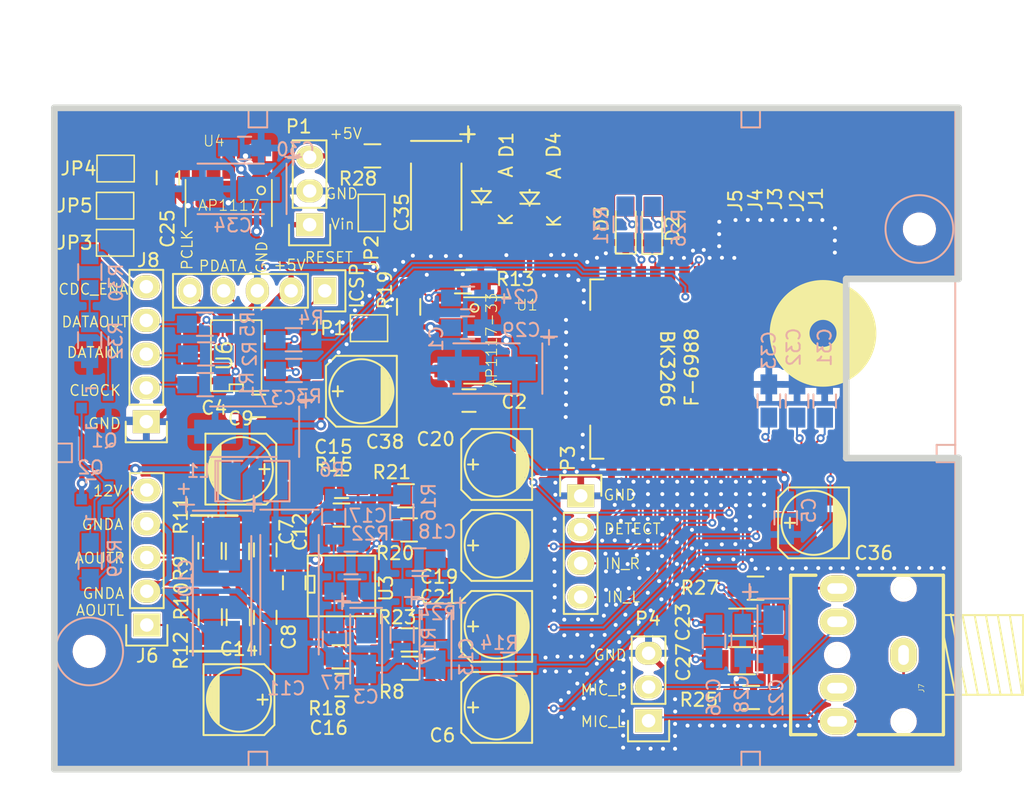
<source format=kicad_pcb>
(kicad_pcb (version 20211014) (generator pcbnew)
  (title_block (date "25 feb 2014"))
  (layers (0 "F.Cu" signal "Front") (31 "B.Cu" signal "Back") (34 "B.Paste" user) (35 "F.Paste" user) (36 "B.SilkS" user "B.Silkscreen") (37 "F.SilkS" user "F.Silkscreen") (38 "B.Mask" user) (39 "F.Mask" user) (44 "Edge.Cuts" user))
  (net 0 "")
  (net 1 "+5V")
  (net 2 "/DataOut")
  (net 3 "GND")
  (net 4 "+12V")
  (net 5 "/S{slash}R_R")
  (net 6 "+BATT")
  (net 7 "/BTOUTL")
  (net 8 "/BTOUTR")
  (net 9 "/AOUTL")
  (net 10 "/AOUTR")
  (net 11 "GNDA")
  (net 12 "+12C")
  (net 13 "/DataIn")
  (net 14 "/Clock")
  (net 15 "Net-(C19-Pad1)")
  (net 16 "Net-(C21-Pad1)")
  (net 17 "/MIC_BIAS")
  (net 18 "/CDC_ENA_12V")
  (net 19 "/BTOUTRN")
  (net 20 "/BTOUTLN")
  (net 21 "/MICP")
  (net 22 "/MIC_IN_P")
  (net 23 "/MICN")
  (net 24 "/MIC_IN_N")
  (net 25 "/LED_R")
  (net 26 "/S{slash}R")
  (net 27 "/LED")
  (net 29 "/IN_DETECT")
  (net 30 "/INR")
  (net 31 "/INL")
  (net 33 "Net-(J1-Pad1)")
  (net 34 "Net-(J2-Pad1)")
  (net 35 "Net-(J3-Pad1)")
  (net 36 "Net-(J4-Pad1)")
  (net 37 "Net-(J5-Pad1)")
  (net 38 "Net-(C6-Pad1)")
  (net 39 "Net-(C20-Pad1)")
  (net 41 "/PCLK")
  (net 42 "/PDATA")
  (net 43 "/RESET")
  (net 44 "/RX")
  (net 45 "/TX")
  (net 46 "/MUTE")
  (net 55 "/AGND")
  (net 56 "/VGNDB")
  (net 57 "/RC_B_OUT")
  (net 58 "/RC_A_OUT")
  (net 59 "/OA_B_OUT")
  (net 60 "/VGNDA")
  (net 61 "/OA_A_OUT")
  (net 62 "/OA_B_IN_N")
  (net 63 "/OA_A_IN_N")
  (net 64 "/OA_B_IN_P")
  (net 65 "/OA_A_IN_P")
  (net 66 "/TX_PIC")
  (net 67 "/RX_PIC")
  (net 68 "/GP2_PIC")
  (net 69 "/ADJ")
  (net 70 "/VBUS")
  (net 71 "/VCC3SYS")
  (net 72 "/VCC3IO")
  (net 73 "/4V3")
  (net 74 "/filt_5v")
  (net 75 "/12Vin")
  (net 76 "/MIC_IN_L_ALT")
  (net 77 "Net-(C2-Pad1)")
  (net 78 "Net-(C25-Pad1)")
  (net 79 "/MIC_IN_P_ALT")
  (net 80 "Net-(Q1-Pad3)")
  (net 81 "Net-(Q1-Pad1)")
  (footprint "Capacitors_SMD.pretty:c_elec_5x5.8" (layer "F.Cu") (at 89.4318 78.9178 180)
    (fp_text reference "C6")
    (fp_text value "1m/16V")
  )
  (footprint "Capacitors_SMD.pretty:c_elec_5x5.8" (layer "F.Cu") (at 70.17 60.98)
    (fp_text reference "C9")
    (fp_text value "4.7m/25V")
  )
  (footprint "Resistors_SMD.pretty:R_0805_HandSoldering" (layer "F.Cu") (at 82.9078 75.9714)
    (fp_text reference "R8")
    (fp_text value "2k2")
  )
  (footprint "Resistors_SMD.pretty:R_0805_HandSoldering" (layer "F.Cu") (at 67.8672 72.1144 -90)
    (fp_text reference "R10")
    (fp_text value "39R")
  )
  (footprint "Resistors_SMD.pretty:R_0805_HandSoldering" (layer "F.Cu") (at 69.92 67.17 90)
    (fp_text reference "R11")
    (fp_text value "47k")
  )
  (footprint "Resistors_SMD.pretty:R_0805_HandSoldering" (layer "F.Cu") (at 77.7478 64.4398 180)
    (fp_text reference "R15")
    (fp_text value "47k")
  )
  (footprint "SMD_Packages:SOIC-8-N" (layer "F.Cu") (at 77.7478 69.7738)
    (fp_text reference "U3")
    (fp_text value "TL072")
  )
  (footprint "Capacitors_SMD.pretty:C_0805_HandSoldering" (layer "F.Cu") (at 77.7516 62.3062)
    (fp_text reference "C15")
    (fp_text value "33p")
  )
  (footprint "Capacitors_SMD.pretty:C_0805_HandSoldering" (layer "F.Cu") (at 77.777 77.2414)
    (fp_text reference "C16")
    (fp_text value "33p")
  )
  (footprint "Capacitors_SMD.pretty:c_elec_5x5.8" (layer "F.Cu") (at 89.4318 60.6298 180)
    (fp_text reference "C20")
    (fp_text value "1m/16V")
  )
  (footprint "Resistors_SMD.pretty:R_0805_HandSoldering" (layer "F.Cu") (at 77.6678 75.1078 180)
    (fp_text reference "R18")
    (fp_text value "47k")
  )
  (footprint "Resistors_SMD.pretty:R_0805_HandSoldering" (layer "F.Cu") (at 82.603 62.992)
    (fp_text reference "R21")
    (fp_text value "2k2")
  )
  (footprint "Resistors_SMD.pretty:R_0805_HandSoldering" (layer "F.Cu") (at 82.857 73.8378 180)
    (fp_text reference "R23")
    (fp_text value "2k2")
  )
  (footprint "Capacitors_SMD.pretty:C_0805_HandSoldering" (layer "F.Cu") (at 72.0074 67.0636 -90)
    (fp_text reference "C7")
    (fp_text value "100n")
  )
  (footprint "Capacitors_SMD.pretty:C_0805_HandSoldering" (layer "F.Cu") (at 72.0074 72.1436 90)
    (fp_text reference "C8")
    (fp_text value "100n")
  )
  (footprint "Pin_Headers.pretty:Pin_Header_Straight_1x04" (layer "F.Cu") (at 95.758 62.992)
    (fp_text reference "P3")
    (fp_text value "AUX" hide)
  )
  (footprint "Resistors_SMD.pretty:R_0805_HandSoldering" (layer "F.Cu") (at 67.85 67.13 90)
    (fp_text reference "R9")
    (fp_text value "39R")
  )
  (footprint "Resistors_SMD.pretty:R_0805_HandSoldering" (layer "F.Cu") (at 69.9754 72.1436 -90)
    (fp_text reference "R12")
    (fp_text value "47k")
  )
  (footprint "Capacitors_SMD.pretty:c_elec_5x5.8" (layer "F.Cu") (at 89.4318 66.7258 180)
    (fp_text reference "C19")
    (fp_text value "1m/16V")
  )
  (footprint "Capacitors_SMD.pretty:c_elec_5x5.8" (layer "F.Cu") (at 70.03 78.3336)
    (fp_text reference "C14")
    (fp_text value "4.7m/25V")
  )
  (footprint "Capacitors_SMD.pretty:C_0805_HandSoldering" (layer "F.Cu") (at 71.51022 56.21961 180)
    (fp_text reference "C4")
    (fp_text value "100n")
  )
  (footprint "LEDs:LED_0805_HandSoldering" (layer "F.Cu") (at 99.1516 42.572 90)
    (fp_text reference "D3")
    (fp_text value "LED")
  )
  (footprint "Capacitors_SMD.pretty:C_1206_HandSoldering" (layer "F.Cu") (at 107.8766 75.4018)
    (fp_text reference "C27")
    (fp_text value "1u/10V")
  )
  (footprint "Capacitors_SMD.pretty:C_1206_HandSoldering" (layer "F.Cu") (at 107.9274 72.5062)
    (fp_text reference "C23")
    (fp_text value "1u/10V")
  )
  (footprint "Resistors_SMD.pretty:R_0805_HandSoldering" (layer "F.Cu") (at 108.5878 78.1704)
    (fp_text reference "R25")
    (fp_text value "1k")
  )
  (footprint "Resistors_SMD.pretty:R_0805_HandSoldering" (layer "F.Cu") (at 108.918 69.9408 180)
    (fp_text reference "R27")
    (fp_text value "1k")
  )
  (footprint "Resistors_SMD.pretty:R_0805_HandSoldering" (layer "F.Cu") (at 82.8354 65.5574 180)
    (fp_text reference "R20")
    (fp_text value "2k2")
  )
  (footprint "LEDs:LED_0805_HandSoldering" (layer "F.Cu") (at 101.1328 42.5974 90)
    (fp_text reference "D2")
    (fp_text value "LED")
  )
  (footprint "Pin_Headers.pretty:Pin_Header_Straight_1x05" (layer "F.Cu") (at 76.49402 47.55821 -90)
    (fp_text reference "P2" hide)
    (fp_text value "ICSP")
  )
  (footprint "Capacitors_SMD.pretty:C_0805_HandSoldering" (layer "F.Cu") (at 74.1918 69.5398 -90)
    (fp_text reference "C12")
    (fp_text value "100n")
  )
  (footprint "Resistors_SMD.pretty:R_0805_HandSoldering" (layer "F.Cu") (at 82.804 48.768 -90)
    (fp_text reference "R19")
    (fp_text value "1k")
  )
  (footprint "Capacitors_SMD.pretty:C_0805_HandSoldering" (layer "F.Cu") (at 64.68491 39.04361 -90)
    (fp_text reference "C25")
    (fp_text value "100n")
  )
  (footprint "Pin_Headers.pretty:Pin_Header_Straight_1x03" (layer "F.Cu") (at 100.8662 79.923 180)
    (fp_text reference "P4")
    (fp_text value "MIC_ALT")
  )
  (footprint "Jumper:SolderJumper-2_P1.3mm_Open_TrianglePad1.0x1.5mm" (layer "F.Cu") (at 79.82 50.37)
    (fp_text reference "JP1")
    (fp_text value "Jumper_NO_Small" hide)
  )
  (footprint "Jumper:SolderJumper-2_P1.3mm_Open_TrianglePad1.0x1.5mm" (layer "F.Cu") (at 60.706 43.942)
    (fp_text reference "JP3")
    (fp_text value "Jumper_NO_Small" hide)
  )
  (footprint "Resistors_SMD.pretty:R_0805_HandSoldering" (layer "F.Cu") (at 80.07671 37.39821)
    (fp_text reference "R28")
    (fp_text value "NP(10)")
  )
  (footprint "Capacitors_SMD.pretty:C_0805_HandSoldering" (layer "F.Cu") (at 87.345518 55.817502)
    (fp_text reference "C2")
    (fp_text value "100n")
  )
  (footprint "modules:1pin_smd" (layer "F.Cu") (at 108.966 43.434 90)
    (fp_text reference "J4")
    (fp_text value "TDO")
  )
  (footprint "Capacitors_SMD.pretty:c_elec_5x5.8" (layer "F.Cu") (at 79.248 55.118 180)
    (fp_text reference "C38")
    (fp_text value "100m/25V")
  )
  (footprint "bluetooth:F-6988" (layer "F.Cu") (at 96.474 46.697 -90)
    (fp_text reference "U5" hide)
    (fp_text value "F-6988")
  )
  (footprint "Pin_Headers.pretty:Pin_Header_Straight_1x05" (layer "F.Cu") (at 63.092 72.7148 180)
    (fp_text reference "J6")
    (fp_text value "AUDIO")
  )
  (footprint "modules:1pin_smd" (layer "F.Cu") (at 113.538 43.434 90)
    (fp_text reference "J1")
    (fp_text value "Ant")
  )
  (footprint "jacks:3.5mm_stereo_jack_PJ306M" (layer "F.Cu") (at 120.062 74.97 -90)
    (fp_text reference "J7")
    (fp_text value "3.5mmjack" hide)
  )
  (footprint "Jumper:SolderJumper-2_P1.3mm_Open_TrianglePad1.0x1.5mm" (layer "F.Cu") (at 60.706 41.148)
    (fp_text reference "JP5")
    (fp_text value "Jumper_NO_Small" hide)
  )
  (footprint "modules:1pin_smd" (layer "F.Cu") (at 107.442 43.434 90)
    (fp_text reference "J5")
    (fp_text value "TDI")
  )
  (footprint "Pin_Headers.pretty:Pin_Header_Straight_1x05" (layer "F.Cu") (at 63.05491 57.40801 180)
    (fp_text reference "J8")
    (fp_text value "CDC")
  )
  (footprint "Capacitors_SMD.pretty:c_elec_5x5.8" (layer "F.Cu") (at 89.4318 72.8218 180)
    (fp_text reference "C21")
    (fp_text value "1m/16V")
  )
  (footprint "modules:AB2_SOT223" (layer "F.Cu") (at 69.25691 40.94861 180)
    (fp_text reference "U4")
    (fp_text value "AP1117")
  )
  (footprint "Capacitors_SMD.pretty:c_elec_5x5.8" (layer "F.Cu") (at 113.284 65.024 180)
    (fp_text reference "C36")
    (fp_text value "100m/25V")
  )
  (footprint "modules:AB2_SOT223" (layer "F.Cu") (at 88.717118 51.296302 -90)
    (fp_text reference "U1")
    (fp_text value "AP1117-33")
  )
  (footprint "Diodes_SMD.pretty:MiniMELF_Handsoldering" (layer "F.Cu") (at 88.27711 40.39541 90)
    (fp_text reference "D1")
    (fp_text value "NP(1N4148)")
  )
  (footprint "Diodes_SMD.pretty:MiniMELF_Handsoldering" (layer "F.Cu") (at 91.90931 40.50463 90)
    (fp_text reference "D4")
    (fp_text value "(NP)1N4148")
  )
  (footprint "Resistors_SMD.pretty:R_0805_HandSoldering" (layer "F.Cu") (at 86.888318 46.876702)
    (fp_text reference "R13")
    (fp_text value "1k")
  )
  (footprint "Jumper:SolderJumper-2_P1.3mm_Open_TrianglePad1.0x1.5mm" (layer "F.Cu") (at 80.01 41.693 -90)
    (fp_text reference "JP2")
    (fp_text value "Jumper_NO_Small" hide)
  )
  (footprint "Pin_Headers.pretty:Pin_Header_Straight_1x03" (layer "F.Cu") (at 75.34851 42.57981 180)
    (fp_text reference "P1")
    (fp_text value "7805")
  )
  (footprint "modules:1pin_smd" (layer "F.Cu") (at 110.49 43.434 90)
    (fp_text reference "J3")
    (fp_text value "TCK")
  )
  (footprint "Capacitors_Tantalum_SMD.pretty:TantalC_SizeB_EIA-3528_HandSoldering" (layer "F.Cu") (at 84.87986 40.47228 -90)
    (fp_text reference "C35")
    (fp_text value "NP(22u/10V)")
  )
  (footprint "modules:1pin_smd" (layer "F.Cu") (at 112.014 43.434 90)
    (fp_text reference "J2")
    (fp_text value "TMS")
  )
  (footprint "modules:SOIC-8-W_long_pads" (layer "F.Cu") (at 69.825 52.43501 90)
    (fp_text reference "U6")
    (fp_text value "PIC12F629-ISN" hide)
  )
  (footprint "Jumper:SolderJumper-2_P1.3mm_Open_TrianglePad1.0x1.5mm" (layer "F.Cu") (at 60.743 38.354)
    (fp_text reference "JP4")
    (fp_text value "Jumper_NO_Small" hide)
  )
  (footprint "Resistors_SMD.pretty:R_0805_HandSoldering" (layer "B.Cu") (at 82.2906 64.2366 90)
    (fp_text reference "R16")
    (fp_text value "100k")
  )
  (footprint "Capacitors_SMD.pretty:C_0805_HandSoldering" (layer "B.Cu") (at 83.586 67.7926 180)
    (fp_text reference "C18")
    (fp_text value "33p")
  )
  (footprint "Resistors_SMD.pretty:R_0805_HandSoldering" (layer "B.Cu") (at 78.5606 70.1548)
    (fp_text reference "R22")
    (fp_text value "47k")
  )
  (footprint "Resistors_SMD.pretty:R_0805_HandSoldering" (layer "B.Cu") (at 83.6914 69.9008)
    (fp_text reference "R24")
    (fp_text value "47k")
  )
  (footprint "Capacitors_SMD:C_0805_HandSoldering" (layer "B.Cu") (at 107.9528 73.8778 -90)
    (fp_text reference "C28")
    (fp_text value "100n")
  )
  (footprint "Capacitors_Tantalum_SMD.pretty:TantalC_SizeA_EIA-3216_Wave" (layer "B.Cu") (at 84.82551 74.20483 -90)
    (fp_text reference "C13")
    (fp_text value "4u7/10V")
  )
  (footprint "Resistors_SMD.pretty:R_0805_HandSoldering" (layer "B.Cu") (at 99.1008 42.5542 90)
    (fp_text reference "R31")
    (fp_text value "1k")
  )
  (footprint "Resistors_SMD.pretty:R_0805_HandSoldering" (layer "B.Cu") (at 101.1836 42.572 90)
    (fp_text reference "R26")
    (fp_text value "1k")
  )
  (footprint "Capacitors_SMD.pretty:C_0805_HandSoldering" (layer "B.Cu") (at 111.19 64.65 -90)
    (fp_text reference "C5")
    (fp_text value "100n")
  )
  (footprint "Resistors_SMD.pretty:R_0805_HandSoldering" (layer "B.Cu") (at 82.316 73.4606 90)
    (fp_text reference "R17")
    (fp_text value "100k")
  )
  (footprint "Capacitors_SMD.pretty:C_0805_HandSoldering" (layer "B.Cu") (at 105.7938 73.9486 -90)
    (fp_text reference "C26")
    (fp_text value "10n")
  )
  (footprint "Capacitors_Tantalum_SMD.pretty:TantalC_SizeA_EIA-3216_Wave" (layer "B.Cu") (at 110.2642 73.827 -90)
    (fp_text reference "C22")
    (fp_text value "4u7/10V")
  )
  (footprint "SMD_Packages.pretty:SMD-1210_Pol" (layer "B.Cu") (at 71.0422 61.87948)
    (fp_text reference "L1")
    (fp_text value "330u")
  )
  (footprint "Capacitors_Tantalum_SMD.pretty:TantalC_SizeD_EIA-7343_HandSoldering" (layer "B.Cu") (at 73.8362 70.43674 -90)
    (fp_text reference "C11")
    (fp_text value "100u/16V")
  )
  (footprint "Capacitors_Tantalum_SMD.pretty:TantalC_SizeD_EIA-7343_HandSoldering" (layer "B.Cu") (at 68.7562 70.51548 -90)
    (fp_text reference "C10")
    (fp_text value "100u/16V")
  )
  (footprint "Capacitors_SMD.pretty:C_0805_HandSoldering" (layer "B.Cu") (at 78.4644 68.0466 180)
    (fp_text reference "C17")
    (fp_text value "33p")
  )
  (footprint "Resistors_SMD.pretty:R_0805_HandSoldering" (layer "B.Cu") (at 74.1392 51.24121 180)
    (fp_text reference "R4")
    (fp_text value "1k")
  )
  (footprint "Resistors_SMD.pretty:R_0805_HandSoldering" (layer "B.Cu") (at 67.539 52.30801 180)
    (fp_text reference "R2")
    (fp_text value "3k3")
  )
  (footprint "Resistors_SMD.pretty:R_0805_HandSoldering" (layer "B.Cu") (at 58.79 51.27 90)
    (fp_text reference "R32")
    (fp_text value "1k")
  )
  (footprint "Capacitors_SMD.pretty:C_0805_HandSoldering" (layer "B.Cu") (at 109.92 55.85 90)
    (fp_text reference "C33")
    (fp_text value "100n")
  )
  (footprint "TO_SOT_Packages_SMD.pretty:SOT-23" (layer "B.Cu") (at 59.182 56.388 -90)
    (fp_text reference "Q1")
    (fp_text value "BSS138")
  )
  (footprint "Resistors_SMD.pretty:R_0805_HandSoldering" (layer "B.Cu") (at 77.1636 64.563 90)
    (fp_text reference "R6")
    (fp_text value "100k")
  )
  (footprint "Capacitors_Tantalum_SMD.pretty:TantalC_SizeA_EIA-3216_Wave" (layer "B.Cu") (at 79.602 74.5236 -90)
    (fp_text reference "C3")
    (fp_text value "4u7/10V")
  )
  (footprint "Resistors_SMD.pretty:R_0805_HandSoldering" (layer "B.Cu") (at 74.1684 53.55261 180)
    (fp_text reference "R3")
    (fp_text value "1k")
  )
  (footprint "Capacitors_SMD.pretty:C_0805_HandSoldering" (layer "B.Cu") (at 87.243918 48.095902 180)
    (fp_text reference "C24")
    (fp_text value "100n")
  )
  (footprint "Capacitors_Tantalum_SMD.pretty:TantalC_SizeB_EIA-3528_HandSoldering" (layer "B.Cu") (at 70.358 58.166 180)
    (fp_text reference "C37")
    (fp_text value "22u/10V")
  )
  (footprint "Resistors_SMD.pretty:R_0805_HandSoldering" (layer "B.Cu") (at 77.2144 73.787 90)
    (fp_text reference "R7")
    (fp_text value "100k")
  )
  (footprint "Capacitors_SMD.pretty:C_0805_HandSoldering" (layer "B.Cu") (at 87.243918 50.331102)
    (fp_text reference "C29")
    (fp_text value "100n")
  )
  (footprint "Capacitors_Tantalum_SMD.pretty:TantalC_SizeB_EIA-3528_HandSoldering" (layer "B.Cu") (at 88.666988 53.410852 180)
    (fp_text reference "C1")
    (fp_text value "22u/10V")
  )
  (footprint "Resistors_SMD.pretty:R_0805_HandSoldering" (layer "B.Cu") (at 90.35 75.6666 180)
    (fp_text reference "R14")
    (fp_text value "NP")
  )
  (footprint "Resistors_SMD.pretty:R_0805_HandSoldering" (layer "B.Cu") (at 67.4882 54.61941 180)
    (fp_text reference "R1")
    (fp_text value "3k3")
  )
  (footprint "Resistors_SMD.pretty:R_0805_HandSoldering" (layer "B.Cu") (at 67.4628 50.07281 180)
    (fp_text reference "R5")
    (fp_text value "3k3")
  )
  (footprint "Capacitors_Tantalum_SMD.pretty:TantalC_SizeB_EIA-3528_HandSoldering" (layer "B.Cu") (at 69.40931 39.88181 180)
    (fp_text reference "C34")
    (fp_text value "22u/10V")
  )
  (footprint "Capacitors_SMD.pretty:C_0805_HandSoldering" (layer "B.Cu") (at 114.1249 55.86 90)
    (fp_text reference "C31")
    (fp_text value "100n")
  )
  (footprint "Resistors_SMD.pretty:R_0805_HandSoldering" (layer "B.Cu") (at 58.83 67.9 90)
    (fp_text reference "R29")
    (fp_text value "1k")
  )
  (footprint "Capacitors_SMD.pretty:C_0805_HandSoldering" (layer "B.Cu") (at 112.0421 55.8546 90)
    (fp_text reference "C32")
    (fp_text value "100n")
  )
  (footprint "Resistors_SMD.pretty:R_0805_HandSoldering" (layer "B.Cu") (at 58.8 46.15 -90)
    (fp_text reference "R30")
    (fp_text value "1k")
  )
  (footprint "Capacitors_SMD.pretty:C_0805_HandSoldering" (layer "B.Cu") (at 70.45071 36.80841)
    (fp_text reference "C30")
    (fp_text value "100n")
  )
  (footprint "Housings_SOT-23_SOT-143_TSOT-6.pretty:SOT-23" (layer "B.Cu") (at 59.182 63.246 -90)
    (fp_text reference "Q2")
    (fp_text value "PMV65XPE")
  )
  (footprint "pcb_outline_for_boxes:KM21" (layer "B.Cu") (at 55.1035 31.4057)
    (fp_text reference "H1")
    (fp_text value "MountingHole")
  )
  (gr_line (start 66.44 64.47) (end 69.91 64.48) (layer "F.SilkS") (width 0.2))
  (gr_line (start 66.36 74.69) (end 69.97 74.68) (layer "F.SilkS") (width 0.2))
  (gr_line (start 56.134 83.566) (end 124.206 83.566) (layer "Edge.Cuts") (width 0.5))
  (gr_line (start 115.74 60.15) (end 124.206 60.15) (layer "Edge.Cuts") (width 0.5))
  (gr_line (start 124.206 83.566) (end 124.206 60.13) (layer "Edge.Cuts") (width 0.5))
  (gr_line (start 124.206 46.66) (end 115.76 46.66) (layer "Edge.Cuts") (width 0.5))
  (gr_line (start 124.206 46.66) (end 124.206 33.782) (layer "Edge.Cuts") (width 0.5))
  (gr_line (start 115.7505 60.15) (end 115.74 46.66) (layer "Edge.Cuts") (width 0.5))
  (gr_line (start 124.206 33.782) (end 56.134 33.782) (layer "Edge.Cuts") (width 0.5))
  (gr_line (start 56.134 33.782) (end 56.134 83.566) (layer "Edge.Cuts") (width 0.5))
  (gr_text "AOUTL" (at 59.57 71.61) (layer "F.SilkS") (effects (font (size 0.8 0.8) (thickness 0.1))))
  (gr_text "GND" (at 77.76 40.25) (layer "F.SilkS") (effects (font (size 0.8 0.8) (thickness 0.1))))
  (gr_text "CLOCK" (at 59.2 55.06) (layer "F.SilkS") (effects (font (size 0.8 0.8) (thickness 0.1))))
  (gr_text "MIC_P" (at 97.51 77.6) (layer "F.SilkS") (effects (font (size 0.8 0.8) (thickness 0.1))))
  (gr_text "GND" (at 97.98 74.97) (layer "F.SilkS") (effects (font (size 0.8 0.8) (thickness 0.1))))
  (gr_text "12V" (at 60.16 62.63) (layer "F.SilkS") (effects (font (size 0.8 0.8) (thickness 0.1))))
  (gr_text "CDC_ENA" (at 59.07 47.44) (layer "F.SilkS") (effects (font (size 0.8 0.8) (thickness 0.1))))
  (gr_text "DATAIN" (at 59.07 52.2) (layer "F.SilkS") (effects (font (size 0.8 0.8) (thickness 0.1))))
  (gr_text "IN_R" (at 98.91 68.1) (layer "F.SilkS") (effects (font (size 0.8 0.8) (thickness 0.1))))
  (gr_text "AOUTR" (at 59.55 67.68) (layer "F.SilkS") (effects (font (size 0.8 0.8) (thickness 0.1))))
  (gr_text "IN_L" (at 98.98 70.61) (layer "F.SilkS") (effects (font (size 0.8 0.8) (thickness 0.1))))
  (gr_text "GND" (at 59.91 57.55) (layer "F.SilkS") (effects (font (size 0.8 0.8) (thickness 0.1))))
  (gr_text "+5V" (at 78.07 35.72) (layer "F.SilkS") (effects (font (size 0.8 0.8) (thickness 0.1))))
  (gr_text "DATAOUT" (at 59.21 49.9) (layer "F.SilkS") (effects (font (size 0.8 0.8) (thickness 0.1))))
  (gr_text "RESET" (at 76.8 45.05) (layer "F.SilkS") (effects (font (size 0.8 0.8) (thickness 0.1))))
  (gr_text "GND" (at 98.7 62.93) (layer "F.SilkS") (effects (font (size 0.8 0.8) (thickness 0.1))))
  (gr_text "Vin" (at 77.84 42.54) (layer "F.SilkS") (effects (font (size 0.8 0.8) (thickness 0.1))))
  (gr_text "GNDA" (at 59.76 65.15) (layer "F.SilkS") (effects (font (size 0.8 0.8) (thickness 0.1))))
  (gr_text "+5V" (at 73.84 45.61) (layer "F.SilkS") (effects (font (size 0.8 0.8) (thickness 0.1))))
  (gr_text "PCLK" (at 66.13 44.47 90) (layer "F.SilkS") (effects (font (size 0.8 0.8) (thickness 0.1))))
  (gr_text "DETECT" (at 99.65 65.48) (layer "F.SilkS") (effects (font (size 0.8 0.8) (thickness 0.1))))
  (gr_text "GND" (at 71.75 45.03 90) (layer "F.SilkS") (effects (font (size 0.8 0.8) (thickness 0.1))))
  (gr_text "GNDA" (at 59.83 70.34) (layer "F.SilkS") (effects (font (size 0.8 0.8) (thickness 0.1))))
  (gr_text "MIC_L" (at 97.44 79.99) (layer "F.SilkS") (effects (font (size 0.8 0.8) (thickness 0.1))))
  (gr_text "PDATA" (at 68.8 45.69) (layer "F.SilkS") (effects (font (size 0.8 0.8) (thickness 0.1))))
  (segment (start 72.825 54.34001) (end 71.39402 54.34001) (width 0.4) (layer "F.Cu") (net 1))
  (segment (start 71.39402 54.34001) (end 71.24162 54.18761) (width 0.4) (layer "F.Cu") (net 1))
  (segment (start 69.86211 38.04861) (end 70.19671 38.38321) (width 0.4) (layer "F.Cu") (net 1))
  (segment (start 72.76022 56.21961) (end 72.76022 54.40479) (width 0.4) (layer "F.Cu") (net 1))
  (segment (start 75.45011 37.39821) (end 75.34851 37.49981) (width 0.4) (layer "F.Cu") (net 1))
  (segment (start 78.72671 37.39821) (end 75.45011 37.39821) (width 0.4) (layer "F.Cu") (net 1))
  (segment (start 71.24162 49.79341) (end 73.47682 47.55821) (width 0.4) (layer "F.Cu") (net 1))
  (segment (start 71.24162 54.18761) (end 71.24162 49.79341) (width 0.4) (layer "F.Cu") (net 1))
  (segment (start 69.25691 43.84861) (end 70.58991 43.84861) (width 0.4) (layer "F.Cu") (net 1))
  (segment (start 71.36071 43.07781) (end 71.36071 43.49421) (width 0.4) (layer "F.Cu") (net 1))
  (segment (start 70.58991 43.84861) (end 71.36071 43.07781) (width 0.4) (layer "F.Cu") (net 1))
  (segment (start 69.25691 38.04861) (end 69.86211 38.04861) (width 0.4) (layer "F.Cu") (net 1))
  (segment (start 71.36071 43.49421) (end 73.95402 46.08752) (width 0.4) (layer "F.Cu") (net 1))
  (segment (start 73.95402 46.08752) (end 73.95402 47.55821) (width 0.4) (layer "F.Cu") (net 1))
  (segment (start 72.76022 54.40479) (end 72.825 54.34001) (width 0.4) (layer "F.Cu") (net 1))
  (via (at 70.19671 38.38321) (size 0.8) (drill 0.4) (layers "F.Cu" "B.Cu") (net 1))
  (via (at 71.36071 43.07781) (size 0.8) (drill 0.4) (layers "F.Cu" "B.Cu") (net 1))
  (segment (start 71.36071 40.05639) (end 71.53529 39.88181) (width 0.4) (layer "B.Cu") (net 1))
  (segment (start 70.19671 38.38321) (end 71.53529 39.84879) (width 0.4) (layer "B.Cu") (net 1))
  (segment (start 73.91729 37.49981) (end 75.34851 37.49981) (width 0.4) (layer "B.Cu") (net 1))
  (segment (start 69.20071 37.38721) (end 70.19671 38.38321) (width 0.4) (layer "B.Cu") (net 1))
  (segment (start 69.20071 36.80841) (end 69.20071 37.38721) (width 0.4) (layer "B.Cu") (net 1))
  (segment (start 71.36071 43.07781) (end 71.36071 40.05639) (width 0.4) (layer "B.Cu") (net 1))
  (segment (start 71.53529 39.84879) (end 71.53529 39.88181) (width 0.4) (layer "B.Cu") (net 1))
  (segment (start 71.53529 39.88181) (end 73.91729 37.49981) (width 0.4) (layer "B.Cu") (net 1))
  (segment (start 63.3226 50.07281) (end 63.1194 49.86961) (width 0.15) (layer "B.Cu") (net 2))
  (segment (start 66.1128 50.07281) (end 63.3226 50.07281) (width 0.15) (layer "B.Cu") (net 2))
  (segment (start 100.8662 74.843) (end 104.1936 78.1704) (width 0.4) (layer "F.Cu") (net 3))
  (segment (start 70.47962 53.861558) (end 70.47962 53.62881) (width 0.4) (layer "F.Cu") (net 3))
  (segment (start 64.68491 40.29361) (end 65.35071 40.29361) (width 0.4) (layer "F.Cu") (net 3))
  (segment (start 73.54811 40.03981) (end 71.55691 38.04861) (width 0.4) (layer "F.Cu") (net 3))
  (segment (start 71.41402 47.55821) (end 71.41402 48.32561) (width 0.4) (layer "F.Cu") (net 3))
  (segment (start 70.26022 56.21961) (end 70.47422 56.00561) (width 0.4) (layer "F.Cu") (net 3))
  (segment (start 66.825 54.34001) (end 70.42342 54.34001) (width 0.4) (layer "F.Cu") (net 3))
  (segment (start 99.1516 43.922) (end 101.1074 43.922) (width 0.4) (layer "F.Cu") (net 3))
  (segment (start 70.52251 37.41361) (end 70.92191 37.41361) (width 0.4) (layer "F.Cu") (net 3))
  (segment (start 70.47422 56.00561) (end 70.47422 53.866958) (width 0.4) (layer "F.Cu") (net 3))
  (segment (start 71.41402 48.32561) (end 70.47962 49.26001) (width 0.4) (layer "F.Cu") (net 3))
  (segment (start 70.92191 37.41361) (end 71.55691 38.04861) (width 0.4) (layer "F.Cu") (net 3))
  (segment (start 95.758 62.992) (end 95.758 62.513) (width 0.4) (layer "F.Cu") (net 3))
  (segment (start 70.47962 54.28381) (end 70.47962 53.861558) (width 0.4) (layer "F.Cu") (net 3))
  (segment (start 101.1074 43.922) (end 101.1328 43.9474) (width 0.4) (layer "F.Cu") (net 3))
  (segment (start 63.757 57.40801) (end 66.825 54.34001) (width 0.4) (layer "F.Cu") (net 3))
  (segment (start 63.1194 57.48961) (end 63.76611 57.48961) (width 0.4) (layer "F.Cu") (net 3))
  (segment (start 107.4702 76.7585) (end 107.4702 77.938) (width 0.4) (layer "F.Cu") (net 3))
  (segment (start 104.1936 78.1704) (end 107.2378 78.1704) (width 0.4) (layer "F.Cu") (net 3))
  (segment (start 70.42342 54.34001) (end 70.47962 54.28381) (width 0.4) (layer "F.Cu") (net 3))
  (segment (start 70.47422 53.866958) (end 70.47962 53.861558) (width 0.4) (layer "F.Cu") (net 3))
  (segment (start 70.47962 49.26001) (end 70.47962 53.62881) (width 0.4) (layer "F.Cu") (net 3))
  (segment (start 75.34851 40.03981) (end 73.54811 40.03981) (width 0.4) (layer "F.Cu") (net 3))
  (segment (start 65.35071 40.29361) (end 66.20451 41.14741) (width 0.4) (layer "F.Cu") (net 3))
  (segment (start 69.99791 40.20761) (end 71.55691 38.64861) (width 0.4) (layer "F.Cu") (net 3))
  (segment (start 63.05491 57.40801) (end 63.757 57.40801) (width 0.4) (layer "F.Cu") (net 3))
  (segment (start 71.55691 38.64861) (end 71.55691 38.04861) (width 0.4) (layer "F.Cu") (net 3))
  (segment (start 69.22711 40.92881) (end 69.99791 40.20761) (width 0.4) (layer "F.Cu") (net 3))
  (segment (start 107.4702 77.938) (end 107.2378 78.1704) (width 0.4) (layer "F.Cu") (net 3))
  (via (at 95.5 77.12) (size 0.5) (drill 0.3) (layers "F.Cu" "B.Cu") (net 3))
  (via (at 101.9 61.93) (size 0.5) (drill 0.3) (layers "F.Cu" "B.Cu") (net 3))
  (via (at 98.95 79.18) (size 0.5) (drill 0.3) (layers "F.Cu" "B.Cu") (net 3))
  (via (at 103 68.12) (size 0.5) (drill 0.3) (layers "F.Cu" "B.Cu") (net 3))
  (via (at 108.49 63.7) (size 0.5) (drill 0.3) (layers "F.Cu" "B.Cu") (net 3))
  (via (at 94.31 79.64) (size 0.5) (drill 0.3) (layers "F.Cu" "B.Cu") (net 3))
  (via (at 106.18 44.2) (size 0.5) (drill 0.3) (layers "F.Cu" "B.Cu") (net 3))
  (via (at 81.2 48.74) (size 0.5) (drill 0.3) (layers "F.Cu" "B.Cu") (net 3))
  (via (at 107.32 45.08) (size 0.5) (drill 0.3) (layers "F.Cu" "B.Cu") (net 3))
  (via (at 110.37 80.31) (size 0.5) (drill 0.3) (layers "F.Cu" "B.Cu") (net 3))
  (via (at 98.48 67.35) (size 0.5) (drill 0.3) (layers "F.Cu" "B.Cu") (net 3))
  (via (at 109.27 42.23) (size 0.5) (drill 0.3) (layers "F.Cu" "B.Cu") (net 3))
  (via (at 98.39 72.71) (size 0.5) (drill 0.3) (layers "F.Cu" "B.Cu") (net 3))
  (via (at 96.56 73.48) (size 0.5) (drill 0.3) (layers "F.Cu" "B.Cu") (net 3))
  (via (at 93.8 69.73) (size 0.5) (drill 0.3) (layers "F.Cu" "B.Cu") (net 3))
  (via (at 108.63 67.82) (size 0.5) (drill 0.3) (layers "F.Cu" "B.Cu") (net 3))
  (via (at 95.46 61.18) (size 0.5) (drill 0.3) (layers "F.Cu" "B.Cu") (net 3))
  (via (at 97.62 67.35) (size 0.5) (drill 0.3) (layers "F.Cu" "B.Cu") (net 3))
  (via (at 108.5 64.57) (size 0.5) (drill 0.3) (layers "F.Cu" "B.Cu") (net 3))
  (via (at 98.97 78.11) (size 0.5) (drill 0.3) (layers "F.Cu" "B.Cu") (net 3))
  (via (at 99.29 66.39) (size 0.5) (drill 0.3) (layers "F.Cu" "B.Cu") (net 3))
  (via (at 112.11 42.22) (size 0.5) (drill 0.3) (layers "F.Cu" "B.Cu") (net 3))
  (via (at 94.66 54.3) (size 0.5) (drill 0.3) (layers "F.Cu" "B.Cu") (net 3))
  (via (at 113.64 68.43) (size 0.5) (drill 0.3) (layers "F.Cu" "B.Cu") (net 3))
  (via (at 101.83 70.78) (size 0.5) (drill 0.3) (layers "F.Cu" "B.Cu") (net 3))
  (via (at 95.02 75.1) (size 0.5) (drill 0.3) (layers "F.Cu" "B.Cu") (net 3))
  (via (at 103.02 61.93) (size 0.5) (drill 0.3) (layers "F.Cu" "B.Cu") (net 3))
  (via (at 90.16 44.87) (size 0.5) (drill 0.3) (layers "F.Cu" "B.Cu") (net 3))
  (via (at 98.97 77.2) (size 0.5) (drill 0.3) (layers "F.Cu" "B.Cu") (net 3))
  (via (at 112.99 80.29) (size 0.5) (drill 0.3) (layers "F.Cu" "B.Cu") (net 3))
  (via (at 102.6 45.09) (size 0.5) (drill 0.3) (layers "F.Cu" "B.Cu") (net 3))
  (via (at 78.13 51.58) (size 0.5) (drill 0.3) (layers "F.Cu" "B.Cu") (net 3))
  (via (at 101.9 63.7) (size 0.5) (drill 0.3) (layers "F.Cu" "B.Cu") (net 3))
  (via (at 112.08 80.29) (size 0.5) (drill 0.3) (layers "F.Cu" "B.Cu") (net 3))
  (via (at 117.52 68.43) (size 0.5) (drill 0.3) (layers "F.Cu" "B.Cu") (net 3))
  (via (at 119.36 68.44) (size 0.5) (drill 0.3) (layers "F.Cu" "B.Cu") (net 3))
  (via (at 95.9 60.23) (size 0.5) (drill 0.3) (layers "F.Cu" "B.Cu") (net 3))
  (via (at 97.65 44.73) (size 0.5) (drill 0.3) (layers "F.Cu" "B.Cu") (net 3))
  (via (at 111.69 68.47) (size 0.5) (drill 0.3) (layers "F.Cu" "B.Cu") (net 3))
  (via (at 97.69 71.22) (size 0.5) (drill 0.3) (layers "F.Cu" "B.Cu") (net 3))
  (via (at 94.65 53.37) (size 0.5) (drill 0.3) (layers "F.Cu" "B.Cu") (net 3))
  (via (at 97.67 70.07) (size 0.5) (drill 0.3) (layers "F.Cu" "B.Cu") (net 3))
  (via (at 99.73 64.75) (size 0.5) (drill 0.3) (layers "F.Cu" "B.Cu") (net 3))
  (via (at 106.32 61.93) (size 0.5) (drill 0.3) (layers "F.Cu" "B.Cu") (net 3))
  (via (at 97.28 76.97) (size 0.5) (drill 0.3) (layers "F.Cu" "B.Cu") (net 3))
  (via (at 96.23 76.38) (size 0.5) (drill 0.3) (layers "F.Cu" "B.Cu") (net 3))
  (via (at 95.22 79.02) (size 0.5) (drill 0.3) (layers "F.Cu" "B.Cu") (net 3))
  (via (at 107.4702 76.7585) (size 0.8) (drill 0.4) (layers "F.Cu" "B.Cu") (net 3))
  (via (at 103.02 63.7) (size 0.5) (drill 0.3) (layers "F.Cu" "B.Cu") (net 3))
  (via (at 99.73 62.86) (size 0.5) (drill 0.3) (layers "F.Cu" "B.Cu") (net 3))
  (via (at 108.92 68.47) (size 0.5) (drill 0.3) (layers "F.Cu" "B.Cu") (net 3))
  (via (at 114.57 68.44) (size 0.5) (drill 0.3) (layers "F.Cu" "B.Cu") (net 3))
  (via (at 107.44 63.7) (size 0.5) (drill 0.3) (layers "F.Cu" "B.Cu") (net 3))
  (via (at 109.56 61.93) (size 0.5) (drill 0.3) (layers "F.Cu" "B.Cu") (net 3))
  (via (at 101.95 82.03) (size 0.5) (drill 0.3) (layers "F.Cu" "B.Cu") (net 3))
  (via (at 95.9 59.32) (size 0.5) (drill 0.3) (layers "F.Cu" "B.Cu") (net 3))
  (via (at 107.6 80.31) (size 0.5) (drill 0.3) (layers "F.Cu" "B.Cu") (net 3))
  (via (at 101.66 69.41) (size 0.5) (drill 0.3) (layers "F.Cu" "B.Cu") (net 3))
  (via (at 83.12 44.91) (size 0.5) (drill 0.3) (layers "F.Cu" "B.Cu") (net 3))
  (via (at 121.24 68.42) (size 0.5) (drill 0.3) (layers "F.Cu" "B.Cu") (net 3))
  (via (at 77.84 49.94) (size 0.5) (drill 0.3) (layers "F.Cu" "B.Cu") (net 3))
  (via (at 99.39 69.95) (size 0.5) (drill 0.3) (layers "F.Cu" "B.Cu") (net 3))
  (via (at 97.5 72.01) (size 0.5) (drill 0.3) (layers "F.Cu" "B.Cu") (net 3))
  (via (at 70.52251 37.41361) (size 0.8) (drill 0.4) (layers "F.Cu" "B.Cu") (net 3))
  (via (at 106.49 65.47) (size 0.5) (drill 0.3) (layers "F.Cu" "B.Cu") (net 3))
  (via (at 102.86 81.07) (size 0.5) (drill 0.3) (layers "F.Cu" "B.Cu") (net 3))
  (via (at 96.66 77.58) (size 0.5) (drill 0.3) (layers "F.Cu" "B.Cu") (net 3))
  (via (at 95.91 58.39) (size 0.5) (drill 0.3) (layers "F.Cu" "B.Cu") (net 3))
  (via (at 99.12 71.94) (size 0.5) (drill 0.3) (layers "F.Cu" "B.Cu") (net 3))
  (via (at 108.49 62.86) (size 0.5) (drill 0.3) (layers "F.Cu" "B.Cu") (net 3))
  (via (at 95.99 47.52) (size 0.5) (drill 0.3) (layers "F.Cu" "B.Cu") (net 3))
  (via (at 103.8 80.29) (size 0.5) (drill 0.3) (layers "F.Cu" "B.Cu") (net 3))
  (via (at 100.82 66.34) (size 0.5) (drill 0.3) (layers "F.Cu" "B.Cu") (net 3))
  (via (at 105.22 66.65) (size 0.5) (drill 0.3) (layers "F.Cu" "B.Cu") (net 3))
  (via (at 81.55 48.19) (size 0.5) (drill 0.3) (layers "F.Cu" "B.Cu") (net 3))
  (via (at 98.98 76.27) (size 0.5) (drill 0.3) (layers "F.Cu" "B.Cu") (net 3))
  (via (at 100.13 72.51) (size 0.5) (drill 0.3) (layers "F.Cu" "B.Cu") (net 3))
  (via (at 93.78 68.7) (size 0.5) (drill 0.3) (layers "F.Cu" "B.Cu") (net 3))
  (via (at 98.32 63.67) (size 0.5) (drill 0.3) (layers "F.Cu" "B.Cu") (net 3))
  (via (at 104.15 62.86) (size 0.5) (drill 0.3) (layers "F.Cu" "B.Cu") (net 3))
  (via (at 77.04 50.63) (size 0.5) (drill 0.3) (layers "F.Cu" "B.Cu") (net 3))
  (via (at 114.9 42.84) (size 0.5) (drill 0.3) (layers "F.Cu" "B.Cu") (net 3))
  (via (at 110.18 42.23) (size 0.5) (drill 0.3) (layers "F.Cu" "B.Cu") (net 3))
  (via (at 122.17 68.43) (size 0.5) (drill 0.3) (layers "F.Cu" "B.Cu") (net 3))
  (via (at 101.02 82.02) (size 0.5) (drill 0.3) (layers "F.Cu" "B.Cu") (net 3))
  (via (at 99.98 67.46) (size 0.5) (drill 0.3) (layers "F.Cu" "B.Cu") (net 3))
  (via (at 100.82 67.33) (size 0.5) (drill 0.3) (layers "F.Cu" "B.Cu") (net 3))
  (via (at 93.78 67.79) (size 0.5) (drill 0.3) (layers "F.Cu" "B.Cu") (net 3))
  (via (at 101.9 64.74) (size 0.5) (drill 0.3) (layers "F.Cu" "B.Cu") (net 3))
  (via (at 99.29 68.13) (size 0.5) (drill 0.3) (layers "F.Cu" "B.Cu") (net 3))
  (via (at 111.18 42.23) (size 0.5) (drill 0.3) (layers "F.Cu" "B.Cu") (net 3))
  (via (at 98.95 81.04) (size 0.5) (drill 0.3) (layers "F.Cu" "B.Cu") (net 3))
  (via (at 94.85 77.79) (size 0.5) (drill 0.3) (layers "F.Cu" "B.Cu") (net 3))
  (via (at 93.11 75.17) (size 0.5) (drill 0.3) (layers "F.Cu" "B.Cu") (net 3))
  (via (at 94.94 76.21) (size 0.5) (drill 0.3) (layers "F.Cu" "B.Cu") (net 3))
  (via (at 93.912323 76.223439) (size 0.5) (drill 0.3) (layers "F.Cu" "B.Cu") (net 3))
  (via (at 98.32 66.34) (size 0.5) (drill 0.3) (layers "F.Cu" "B.Cu") (net 3))
  (via (at 77.53 52.19) (size 0.5) (drill 0.3) (layers "F.Cu" "B.Cu") (net 3))
  (via (at 94.55 61.18) (size 0.5) (drill 0.3) (layers "F.Cu" "B.Cu") (net 3))
  (via (at 102.86 80.16) (size 0.5) (drill 0.3) (layers "F.Cu" "B.Cu") (net 3))
  (via (at 105.46 45.08) (size 0.5) (drill 0.3) (layers "F.Cu" "B.Cu") (net 3))
  (via (at 120.31 68.43) (size 0.5) (drill 0.3) (layers "F.Cu" "B.Cu") (net 3))
  (via (at 95.99 78.23) (size 0.5) (drill 0.3) (layers "F.Cu" "B.Cu") (net 3))
  (via (at 96.6 72.32) (size 0.5) (drill 0.3) (layers "F.Cu" "B.Cu") (net 3))
  (via (at 93.85 62) (size 0.5) (drill 0.3) (layers "F.Cu" "B.Cu") (net 3))
  (via (at 101.9 62.86) (size 0.5) (drill 0.3) (layers "F.Cu" "B.Cu") (net 3))
  (via (at 118.45 68.44) (size 0.5) (drill 0.3) (layers "F.Cu" "B.Cu") (net 3))
  (via (at 106.18 43.29) (size 0.5) (drill 0.3) (layers "F.Cu" "B.Cu") (net 3))
  (via (at 100.81 65.57) (size 0.5) (drill 0.3) (layers "F.Cu" "B.Cu") (net 3))
  (via (at 100.18 69.18) (size 0.5) (drill 0.3) (layers "F.Cu" "B.Cu") (net 3))
  (via (at 113.04 42.23) (size 0.5) (drill 0.3) (layers "F.Cu" "B.Cu") (net 3))
  (via (at 96.25 45.39) (size 0.5) (drill 0.3) (layers "F.Cu" "B.Cu") (net 3))
  (via (at 107.41 42.23) (size 0.5) (drill 0.3) (layers "F.Cu" "B.Cu") (net 3))
  (via (at 100.81 70.29) (size 0.5) (drill 0.3) (layers "F.Cu" "B.Cu") (net 3))
  (via (at 108.53 80.3) (size 0.5) (drill 0.3) (layers "F.Cu" "B.Cu") (net 3))
  (via (at 103.02 62.86) (size 0.5) (drill 0.3) (layers "F.Cu" "B.Cu") (net 3))
  (via (at 96.97 75.63) (size 0.5) (drill 0.3) (layers "F.Cu" "B.Cu") (net 3))
  (via (at 107.43 65.51) (size 0.5) (drill 0.3) (layers "F.Cu" "B.Cu") (net 3))
  (via (at 79.33 48.46) (size 0.5) (drill 0.3) (layers "F.Cu" "B.Cu") (net 3))
  (via (at 106.19 42.36) (size 0.5) (drill 0.3) (layers "F.Cu" "B.Cu") (net 3))
  (via (at 102.86 82.03) (size 0.5) (drill 0.3) (layers "F.Cu" "B.Cu") (net 3))
  (via (at 108.54 66.72) (size 0.5) (drill 0.3) (layers "F.Cu" "B.Cu") (net 3))
  (via (at 109.56 62.86) (size 0.5) (drill 0.3) (layers "F.Cu" "B.Cu") (net 3))
  (via (at 94.46 44.85) (size 0.5) (drill 0.3) (layers "F.Cu" "B.Cu") (net 3))
  (via (at 102.87 79.23) (size 0.5) (drill 0.3) (layers "F.Cu" "B.Cu") (net 3))
  (via (at 94.52 73.49) (size 0.5) (drill 0.3) (layers "F.Cu" "B.Cu") (net 3))
  (via (at 108.5 65.5) (size 0.5) (drill 0.3) (layers "F.Cu" "B.Cu") (net 3))
  (via (at 79.86 47.93) (size 0.5) (drill 0.3) (layers "F.Cu" "B.Cu") (net 3))
  (via (at 93.53 44.86) (size 0.5) (drill 0.3) (layers "F.Cu" "B.Cu") (net 3))
  (via (at 84.17 46.35) (size 0.5) (drill 0.3) (layers "F.Cu" "B.Cu") (net 3))
  (via (at 90.18 46.48) (size 0.5) (drill 0.3) (layers "F.Cu" "B.Cu") (net 3))
  (via (at 85.61 44.94) (size 0.5) (drill 0.3) (layers "F.Cu" "B.Cu") (net 3))
  (via (at 105.29 67.75) (size 0.5) (drill 0.3) (layers "F.Cu" "B.Cu") (net 3))
  (via (at 115.48 68.44) (size 0.5) (drill 0.3) (layers "F.Cu" "B.Cu") (net 3))
  (via (at 95.39 44.86) (size 0.5) (drill 0.3) (layers "F.Cu" "B.Cu") (net 3))
  (via (at 94.65 52.52) (size 0.5) (drill 0.3) (layers "F.Cu" "B.Cu") (net 3))
  (via (at 101.03 71.62) (size 0.5) (drill 0.3) (layers "F.Cu" "B.Cu") (net 3))
  (via (at 98.41 71.19) (size 0.5) (drill 0.3) (layers "F.Cu" "B.Cu") (net 3))
  (via (at 94.65 55.23) (size 0.5) (drill 0.3) (layers "F.Cu" "B.Cu") (net 3))
  (via (at 69.22711 40.92881) (size 0.8) (drill 0.4) (layers "F.Cu" "B.Cu") (net 3))
  (via (at 100.81 64.73) (size 0.5) (drill 0.3) (layers "F.Cu" "B.Cu") (net 3))
  (via (at 109.46 80.31) (size 0.5) (drill 0.3) (layers "F.Cu" "B.Cu") (net 3))
  (via (at 104.21 44.53) (size 0.5) (drill 0.3) (layers "F.Cu" "B.Cu") (net 3))
  (via (at 96.66 74.32) (size 0.5) (drill 0.3) (layers "F.Cu" "B.Cu") (net 3))
  (via (at 107.44 62.86) (size 0.5) (drill 0.3) (layers "F.Cu" "B.Cu") (net 3))
  (via (at 93.8 64.72) (size 0.5) (drill 0.3) (layers "F.Cu" "B.Cu") (net 3))
  (via (at 99.73 65.59) (size 0.5) (drill 0.3) (layers "F.Cu" "B.Cu") (net 3))
  (via (at 110.78 68.47) (size 0.5) (drill 0.3) (layers "F.Cu" "B.Cu") (net 3))
  (via (at 92.99 46.39) (size 0.5) (drill 0.3) (layers "F.Cu" "B.Cu") (net 3))
  (via (at 98.96 80.11) (size 0.5) (drill 0.3) (layers "F.Cu" "B.Cu") (net 3))
  (via (at 114.89 44.68) (size 0.5) (drill 0.3) (layers "F.Cu" "B.Cu") (net 3))
  (via (at 100.09 82.03) (size 0.5) (drill 0.3) (layers "F.Cu" "B.Cu") (net 3))
  (via (at 106.38 66.65) (size 0.5) (drill 0.3) (layers "F.Cu" "B.Cu") (net 3))
  (via (at 99.73 63.7) (size 0.5) (drill 0.3) (layers "F.Cu" "B.Cu") (net 3))
  (via (at 109.56 63.7) (size 0.5) (drill 0.3) (layers "F.Cu" "B.Cu") (net 3))
  (via (at 94.65 56.14) (size 0.5) (drill 0.3) (layers "F.Cu" "B.Cu") (net 3))
  (via (at 97.93 74.71) (size 0.5) (drill 0.3) (layers "F.Cu" "B.Cu") (net 3))
  (via (at 114.89 43.77) (size 0.5) (drill 0.3) (layers "F.Cu" "B.Cu") (net 3))
  (via (at 107.43 64.84) (size 0.5) (drill 0.3) (layers "F.Cu" "B.Cu") (net 3))
  (via (at 82.39 45.38) (size 0.5) (drill 0.3) (layers "F.Cu" "B.Cu") (net 3))
  (via (at 103 69.67) (size 0.5) (drill 0.3) (layers "F.Cu" "B.Cu") (net 3))
  (via (at 104.13 66.95) (size 0.5) (drill 0.3) (layers "F.Cu" "B.Cu") (net 3))
  (via (at 93.06 76.19) (size 0.5) (drill 0.3) (layers "F.Cu" "B.Cu") (net 3))
  (via (at 99.94 71.14) (size 0.5) (drill 0.3) (layers "F.Cu" "B.Cu") (net 3))
  (via (at 106.32 63.7) (size 0.5) (drill 0.3) (layers "F.Cu" "B.Cu") (net 3))
  (via (at 105.2 62.87) (size 0.5) (drill 0.3) (layers "F.Cu" "B.Cu") (net 3))
  (via (at 98.97 75.34) (size 0.5) (drill 0.3) (layers "F.Cu" "B.Cu") (net 3))
  (via (at 94.65 51.61) (size 0.5) (drill 0.3) (layers "F.Cu" "B.Cu") (net 3))
  (via (at 100.83 68.5) (size 0.5) (drill 0.3) (layers "F.Cu" "B.Cu") (net 3))
  (via (at 97.56 73.46) (size 0.5) (drill 0.3) (layers "F.Cu" "B.Cu") (net 3))
  (via (at 95.5 73.45) (size 0.5) (drill 0.3) (layers "F.Cu" "B.Cu") (net 3))
  (via (at 78.76 49.03) (size 0.5) (drill 0.3) (layers "F.Cu" "B.Cu") (net 3))
  (via (at 98.64 62.86) (size 0.5) (drill 0.3) (layers "F.Cu" "B.Cu") (net 3))
  (via (at 94.52 72.31) (size 0.5) (drill 0.3) (layers "F.Cu" "B.Cu") (net 3))
  (via (at 100.82 63.7) (size 0.5) (drill 0.3) (layers "F.Cu" "B.Cu") (net 3))
  (via (at 81.78 45.99) (size 0.5) (drill 0.3) (layers "F.Cu" "B.Cu") (net 3))
  (via (at 109.85 68.46) (size 0.5) (drill 0.3) (layers "F.Cu" "B.Cu") (net 3))
  (via (at 105.02 44.48) (size 0.5) (drill 0.3) (layers "F.Cu" "B.Cu") (net 3))
  (via (at 93.75 71.64) (size 0.5) (drill 0.3) (layers "F.Cu" "B.Cu") (net 3))
  (via (at 86.88 46.31) (size 0.5) (drill 0.3) (layers "F.Cu" "B.Cu") (net 3))
  (via (at 98.05 65.52) (size 0.5) (drill 0.3) (layers "F.Cu" "B.Cu") (net 3))
  (via (at 104.13 65.55) (size 0.5) (drill 0.3) (layers "F.Cu" "B.Cu") (net 3))
  (via (at 104.73 80.28) (size 0.5) (drill 0.3) (layers "F.Cu" "B.Cu") (net 3))
  (via (at 98.12 76.1) (size 0.5) (drill 0.3) (layers "F.Cu" "B.Cu") (net 3))
  (via (at 113.95 42.23) (size 0.5) (drill 0.3) (layers "F.Cu" "B.Cu") (net 3))
  (via (at 95.99 48.43) (size 0.5) (drill 0.3) (layers "F.Cu" "B.Cu") (net 3))
  (via (at 76.88 52.84) (size 0.5) (drill 0.3) (layers "F.Cu" "B.Cu") (net 3))
  (via (at 105.2 61.94) (size 0.5) (drill 0.3) (layers "F.Cu" "B.Cu") (net 3))
  (via (at 98.66 74) (size 0.5) (drill 0.3) (layers "F.Cu" "B.Cu") (net 3))
  (via (at 116.59 68.44) (size 0.5) (drill 0.3) (layers "F.Cu" "B.Cu") (net 3))
  (via (at 108.49 61.93) (size 0.5) (drill 0.3) (layers "F.Cu" "B.Cu") (net 3))
  (via (at 97.66 68.68) (size 0.5) (drill 0.3) (layers "F.Cu" "B.Cu") (net 3))
  (via (at 107.4 66.63) (size 0.5) (drill 0.3) (layers "F.Cu" "B.Cu") (net 3))
  (via (at 66.20451 41.14741) (size 0.8) (drill 0.4) (layers "F.Cu" "B.Cu") (net 3))
  (via (at 93.8 70.64) (size 0.5) (drill 0.3) (layers "F.Cu" "B.Cu") (net 3))
  (via (at 107.25 67.77) (size 0.5) (drill 0.3) (layers "F.Cu" "B.Cu") (net 3))
  (via (at 111.15 80.28) (size 0.5) (drill 0.3) (layers "F.Cu" "B.Cu") (net 3))
  (via (at 104.15 63.7) (size 0.5) (drill 0.3) (layers "F.Cu" "B.Cu") (net 3))
  (via (at 86.72 44.93) (size 0.5) (drill 0.3) (layers "F.Cu" "B.Cu") (net 3))
  (via (at 94.65 49.75) (size 0.5) (drill 0.3) (layers "F.Cu" "B.Cu") (net 3))
  (via (at 84.48 44.96) (size 0.5) (drill 0.3) (layers "F.Cu" "B.Cu") (net 3))
  (via (at 112.71 68.44) (size 0.5) (drill 0.3) (layers "F.Cu" "B.Cu") (net 3))
  (via (at 98.64 61.93) (size 0.5) (drill 0.3) (layers "F.Cu" "B.Cu") (net 3))
  (via (at 96.71 60.75) (size 0.5) (drill 0.3) (layers "F.Cu" "B.Cu") (net 3))
  (via (at 101.88 67.53) (size 0.5) (drill 0.3) (layers "F.Cu" "B.Cu") (net 3))
  (via (at 94.66 50.68) (size 0.5) (drill 0.3) (layers "F.Cu" "B.Cu") (net 3))
  (via (at 103.01 64.78) (size 0.5) (drill 0.3) (layers "F.Cu" "B.Cu") (net 3))
  (via (at 106.32 62.86) (size 0.5) (drill 0.3) (layers "F.Cu" "B.Cu") (net 3))
  (via (at 94.83 46.4) (size 0.5) (drill 0.3) (layers "F.Cu" "B.Cu") (net 3))
  (via (at 104.15 61.93) (size 0.5) (drill 0.3) (layers "F.Cu" "B.Cu") (net 3))
  (via (at 98.78 64.87) (size 0.5) (drill 0.3) (layers "F.Cu" "B.Cu") (net 3))
  (via (at 98.54 68.69) (size 0.5) (drill 0.3) (layers "F.Cu" "B.Cu") (net 3))
  (via (at 105.66 80.29) (size 0.5) (drill 0.3) (layers "F.Cu" "B.Cu") (net 3))
  (via (at 96.98 45.07) (size 0.5) (drill 0.3) (layers "F.Cu" "B.Cu") (net 3))
  (via (at 104.19 68.53) (size 0.5) (drill 0.3) (layers "F.Cu" "B.Cu") (net 3))
  (via (at 93.8 65.63) (size 0.5) (drill 0.3) (layers "F.Cu" "B.Cu") (net 3))
  (via (at 100.82 61.93) (size 0.5) (drill 0.3) (layers "F.Cu" "B.Cu") (net 3))
  (via (at 94.27 78.38) (size 0.5) (drill 0.3) (layers "F.Cu" "B.Cu") (net 3))
  (via (at 94.63 57.06) (size 0.5) (drill 0.3) (layers "F.Cu" "B.Cu") (net 3))
  (via (at 93.85 62.91) (size 0.5) (drill 0.3) (layers "F.Cu" "B.Cu") (net 3))
  (via (at 95.58 46.75) (size 0.5) (drill 0.3) (layers "F.Cu" "B.Cu") (net 3))
  (via (at 99.73 61.93) (size 0.5) (drill 0.3) (layers "F.Cu" "B.Cu") (net 3))
  (via (at 81.16 46.61) (size 0.5) (drill 0.3) (layers "F.Cu" "B.Cu") (net 3))
  (via (at 101.9 65.9) (size 0.5) (drill 0.3) (layers "F.Cu" "B.Cu") (net 3))
  (via (at 100.82 62.86) (size 0.5) (drill 0.3) (layers "F.Cu" "B.Cu") (net 3))
  (via (at 107.44 61.93) (size 0.5) (drill 0.3) (layers "F.Cu" "B.Cu") (net 3))
  (via (at 103.53 45.08) (size 0.5) (drill 0.3) (layers "F.Cu" "B.Cu") (net 3))
  (via (at 95.56 72.29) (size 0.5) (drill 0.3) (layers "F.Cu" "B.Cu") (net 3))
  (via (at 93.92 46.4) (size 0.5) (drill 0.3) (layers "F.Cu" "B.Cu") (net 3))
  (via (at 91.21 46.4) (size 0.5) (drill 0.3) (layers "F.Cu" "B.Cu") (net 3))
  (via (at 99.38 73.27) (size 0.5) (drill 0.3) (layers "F.Cu" "B.Cu") (net 3))
  (via (at 102.86 78.3) (size 0.5) (drill 0.3) (layers "F.Cu" "B.Cu") (net 3))
  (via (at 106.16 67.77) (size 0.5) (drill 0.3) (layers "F.Cu" "B.Cu") (net 3))
  (via (at 108.34 42.22) (size 0.5) (drill 0.3) (layers "F.Cu" "B.Cu") (net 3))
  (via (at 103 66.49) (size 0.5) (drill 0.3) (layers "F.Cu" "B.Cu") (net 3))
  (via (at 98.95 81.95) (size 0.5) (drill 0.3) (layers "F.Cu" "B.Cu") (net 3))
  (via (at 98.56 70.06) (size 0.5) (drill 0.3) (layers "F.Cu" "B.Cu") (net 3))
  (via (at 95.86 75.08) (size 0.5) (drill 0.3) (layers "F.Cu" "B.Cu") (net 3))
  (via (at 106.39 45.07) (size 0.5) (drill 0.3) (layers "F.Cu" "B.Cu") (net 3))
  (via (at 94.01 75.09) (size 0.5) (drill 0.3) (layers "F.Cu" "B.Cu") (net 3))
  (via (at 106.57 80.29) (size 0.5) (drill 0.3) (layers "F.Cu" "B.Cu") (net 3))
  (via (at 97.37 66.36) (size 0.5) (drill 0.3) (layers "F.Cu" "B.Cu") (net 3))
  (via (at 105.2 63.71) (size 0.5) (drill 0.3) (layers "F.Cu" "B.Cu") (net 3))
  (via (at 123.08 68.43) (size 0.5) (drill 0.3) (layers "F.Cu" "B.Cu") (net 3))
  (segment (start 107.9528 76.2759) (end 107.4702 76.7585) (width 0.4) (layer "B.Cu") (net 3))
  (segment (start 66.20451 40.96063) (end 67.28333 39.88181) (width 0.4) (layer "B.Cu") (net 3))
  (segment (start 69.22711 40.92881) (end 69.22711 44.10381) (width 0.4) (layer "B.Cu") (net 3))
  (segment (start 107.9528 75.1278) (end 107.9528 76.2759) (width 0.4) (layer "B.Cu") (net 3))
  (segment (start 107.9528 75.1278) (end 110.06386 75.1278) (width 0.4) (layer "B.Cu") (net 3))
  (segment (start 71.70071 36.80841) (end 71.12771 36.80841) (width 0.4) (layer "B.Cu") (net 3))
  (segment (start 66.20451 41.14741) (end 66.20451 40.96063) (width 0.4) (layer "B.Cu") (net 3))
  (segment (start 112.0367 54.61) (end 112.0421 54.6046) (width 0.4) (layer "B.Cu") (net 3))
  (segment (start 112.0421 54.6046) (end 114.1195 54.6046) (width 0.4) (layer "B.Cu") (net 3))
  (segment (start 62.880381 57.233481) (end 63.05491 57.40801) (width 0.4) (layer "B.Cu") (net 3))
  (segment (start 68.18011 39.88181) (end 67.28333 39.88181) (width 0.4) (layer "B.Cu") (net 3))
  (segment (start 60.368519 57.233481) (end 62.880381 57.233481) (width 0.4) (layer "B.Cu") (net 3))
  (segment (start 110.06386 75.1278) (end 110.2642 75.32814) (width 0.4) (layer "B.Cu") (net 3))
  (segment (start 109.9539 54.6046) (end 109.9593 54.61) (width 0.4) (layer "B.Cu") (net 3))
  (segment (start 109.9593 54.61) (end 112.0367 54.61) (width 0.4) (layer "B.Cu") (net 3))
  (segment (start 114.1195 54.6046) (end 114.1249 54.61) (width 0.4) (layer "B.Cu") (net 3))
  (segment (start 69.22711 44.10381) (end 71.41402 46.29072) (width 0.4) (layer "B.Cu") (net 3))
  (segment (start 71.41402 46.29072) (end 71.41402 47.55821) (width 0.4) (layer "B.Cu") (net 3))
  (segment (start 69.22711 40.92881) (end 68.18011 39.88181) (width 0.4) (layer "B.Cu") (net 3))
  (segment (start 71.12771 36.80841) (end 70.52251 37.41361) (width 0.4) (layer "B.Cu") (net 3))
  (segment (start 58.22 62.06) (end 58.208 62.048) (width 0.4) (layer "F.Cu") (net 4))
  (segment (start 79.095 50.37) (end 79.095 50.506) (width 0.4) (layer "F.Cu") (net 4))
  (segment (start 79.21 52.362) (end 76.2 55.372) (width 0.4) (layer "F.Cu") (net 4))
  (segment (start 76.2 55.372) (end 76.2 57.658) (width 0.4) (layer "F.Cu") (net 4))
  (segment (start 62.118 60.868) (end 58.208 60.868) (width 0.4) (layer "F.Cu") (net 4))
  (segment (start 58.166 38.354) (end 57.15 39.37) (width 0.4) (layer "F.Cu") (net 4))
  (segment (start 57.15 39.37) (end 57.15 57.404) (width 0.4) (layer "F.Cu") (net 4))
  (segment (start 58.208 62.048) (end 58.208 60.868) (width 0.4) (layer "F.Cu") (net 4))
  (segment (start 62.23 60.98) (end 62.118 60.868) (width 0.4) (layer "F.Cu") (net 4))
  (segment (start 60.018 38.354) (end 58.166 38.354) (width 0.4) (layer "F.Cu") (net 4))
  (segment (start 79.095 50.506) (end 79.21 50.621) (width 0.4) (layer "F.Cu") (net 4))
  (segment (start 57.15 57.404) (end 58.208 58.462) (width 0.4) (layer "F.Cu") (net 4))
  (segment (start 58.208 60.868) (end 58.208 58.462) (width 0.4) (layer "F.Cu") (net 4))
  (segment (start 79.21 50.621) (end 79.21 52.362) (width 0.4) (layer "F.Cu") (net 4))
  (via (at 62.23 60.98) (size 0.8) (drill 0.4) (layers "F.Cu" "B.Cu") (net 4))
  (via (at 76.2 57.658) (size 0.8) (drill 0.4) (layers "F.Cu" "B.Cu") (net 4))
  (via (at 58.22 62.06) (size 0.8) (drill 0.4) (layers "F.Cu" "B.Cu") (net 4))
  (segment (start 62.25 60.96) (end 62.23 60.98) (width 0.4) (layer "B.Cu") (net 4))
  (segment (start 68.7562 66.62674) (end 68.7562 62.38748) (width 0.4) (layer "B.Cu") (net 4))
  (segment (start 69.2642 61.90488) (end 68.31932 60.96) (width 0.4) (layer "B.Cu") (net 4))
  (segment (start 58.18378 62.09622) (end 58.22 62.06) (width 0.4) (layer "B.Cu") (net 4))
  (segment (start 68.58888 62.5548) (end 69.2642 61.87948) (width 0.4) (layer "B.Cu") (net 4))
  (segment (start 68.7562 62.38748) (end 69.2642 61.87948) (width 0.4) (layer "B.Cu") (net 4))
  (segment (start 73.51108 57.658) (end 69.2642 61.90488) (width 0.4) (layer "B.Cu") (net 4))
  (segment (start 68.31932 60.96) (end 62.25 60.96) (width 0.4) (layer "B.Cu") (net 4))
  (segment (start 58.18378 63.246) (end 58.18378 62.09622) (width 0.4) (layer "B.Cu") (net 4))
  (segment (start 76.2 57.658) (end 73.51108 57.658) (width 0.4) (layer "B.Cu") (net 4))
  (segment (start 101.1328 42.1186) (end 101.59 42.5758) (width 0.15) (layer "F.Cu") (net 5))
  (segment (start 101.1328 41.2474) (end 101.1328 42.1186) (width 0.15) (layer "F.Cu") (net 5))
  (via (at 101.59 42.5758) (size 0.6) (drill 0.3) (layers "F.Cu" "B.Cu") (net 5))
  (segment (start 101.1836 42.1694) (end 101.1836 41.222) (width 0.15) (layer "B.Cu") (net 5))
  (segment (start 101.59 42.5758) (end 101.1836 42.1694) (width 0.15) (layer "B.Cu") (net 5))
  (segment (start 91.90931 43.25545) (end 91.90931 51.00411) (width 0.4) (layer "F.Cu") (net 6))
  (segment (start 111.08436 60.38664) (end 111.274 60.197) (width 0.4) (layer "F.Cu") (net 6))
  (segment (start 85.817118 51.296302) (end 89.123518 51.296302) (width 0.4) (layer "F.Cu") (net 6))
  (segment (start 89.123518 51.296302) (end 90.158302 51.296302) (width 0.4) (layer "F.Cu") (net 6))
  (segment (start 84.449918 50.305702) (end 84.826518 50.305702) (width 0.4) (layer "F.Cu") (net 6))
  (segment (start 84.826518 50.305702) (end 85.817118 51.296302) (width 0.4) (layer "F.Cu") (net 6))
  (segment (start 91.90931 51.00411) (end 91.617118 51.296302) (width 0.4) (layer "F.Cu") (net 6))
  (segment (start 111.08436 61.68564) (end 111.08436 60.38664) (width 0.4) (layer "F.Cu") (net 6))
  (segment (start 90.158302 51.296302) (end 91.617118 51.296302) (width 0.4) (layer "F.Cu") (net 6))
  (segment (start 111.08436 65.024) (end 111.08436 61.68564) (width 0.4) (layer "F.Cu") (net 6))
  (segment (start 82.961403 50.278487) (end 84.422703 50.278487) (width 0.4) (layer "F.Cu") (net 6))
  (segment (start 84.422703 50.278487) (end 84.449918 50.305702) (width 0.4) (layer "F.Cu") (net 6))
  (via (at 90.158302 51.296302) (size 0.8) (drill 0.4) (layers "F.Cu" "B.Cu") (net 6))
  (via (at 84.449918 50.305702) (size 0.8) (drill 0.4) (layers "F.Cu" "B.Cu") (net 6))
  (via (at 111.08436 61.68564) (size 0.8) (drill 0.4) (layers "F.Cu" "B.Cu") (net 6))
  (segment (start 110.68872 61.29) (end 111.08436 61.68564) (width 0.4) (layer "B.Cu") (net 6))
  (segment (start 92.79 61.29) (end 110.68872 61.29) (width 0.4) (layer "B.Cu") (net 6))
  (segment (start 90.792968 59.292968) (end 92.79 61.29) (width 0.4) (layer "B.Cu") (net 6))
  (segment (start 85.968518 50.305702) (end 85.993918 50.331102) (width 0.4) (layer "B.Cu") (net 6))
  (segment (start 90.792968 51.930968) (end 90.158302 51.296302) (width 0.4) (layer "B.Cu") (net 6))
  (segment (start 90.792968 53.410852) (end 90.792968 51.930968) (width 0.4) (layer "B.Cu") (net 6))
  (segment (start 84.449918 50.305702) (end 85.968518 50.305702) (width 0.4) (layer "B.Cu") (net 6))
  (segment (start 111.19 61.79128) (end 111.08436 61.68564) (width 0.4) (layer "B.Cu") (net 6))
  (segment (start 111.19 63.4) (end 111.19 61.79128) (width 0.4) (layer "B.Cu") (net 6))
  (segment (start 90.792968 53.410852) (end 90.792968 59.292968) (width 0.4) (layer "B.Cu") (net 6))
  (segment (start 106.934 64.262) (end 106.874 62.17) (width 0.15) (layer "F.Cu") (net 7))
  (segment (start 92.202 61.976) (end 91.63144 61.40544) (width 0.15) (layer "F.Cu") (net 7))
  (segment (start 106.874 62.17) (end 106.874 60.197) (width 0.15) (layer "F.Cu") (net 7))
  (segment (start 91.63144 61.40544) (end 91.63144 60.6552) (width 0.15) (layer "F.Cu") (net 7))
  (via (at 106.934 64.262) (size 0.6) (drill 0.3) (layers "F.Cu" "B.Cu") (net 7))
  (via (at 92.202 61.976) (size 0.6) (drill 0.3) (layers "F.Cu" "B.Cu") (net 7))
  (segment (start 106.934 64.262) (end 94.488 64.262) (width 0.15) (layer "B.Cu") (net 7))
  (segment (start 94.488 64.262) (end 92.202 61.976) (width 0.15) (layer "B.Cu") (net 7))
  (segment (start 93.726 78.994) (end 93.6752 78.9432) (width 0.15) (layer "F.Cu") (net 8))
  (segment (start 93.6752 78.9432) (end 91.63144 78.9432) (width 0.15) (layer "F.Cu") (net 8))
  (segment (start 107.974 63.73) (end 107.974 60.197) (width 0.15) (layer "F.Cu") (net 8))
  (segment (start 107.96 68.33) (end 107.974 63.73) (width 0.15) (layer "F.Cu") (net 8))
  (via (at 107.96 68.33) (size 0.6) (drill 0.3) (layers "F.Cu" "B.Cu") (net 8))
  (via (at 93.726 78.994) (size 0.6) (drill 0.3) (layers "F.Cu" "B.Cu") (net 8))
  (segment (start 107.96 68.33) (end 107.95 68.32) (width 0.15) (layer "B.Cu") (net 8))
  (segment (start 105.162 68.32) (end 94.488 78.994) (width 0.15) (layer "B.Cu") (net 8))
  (segment (start 94.488 78.994) (end 93.726 78.994) (width 0.15) (layer "B.Cu") (net 8))
  (segment (start 107.95 68.32) (end 105.162 68.32) (width 0.15) (layer "B.Cu") (net 8))
  (segment (start 69.9462 73.4644) (end 69.9754 73.4936) (width 0.15) (layer "F.Cu") (net 9))
  (segment (start 67.8672 73.4644) (end 67.8672 77.46618) (width 0.15) (layer "F.Cu") (net 9))
  (segment (start 67.8672 73.4644) (end 69.9462 73.4644) (width 0.15) (layer "F.Cu") (net 9))
  (segment (start 67.8672 77.46618) (end 66.99978 78.3336) (width 0.15) (layer "F.Cu") (net 9))
  (segment (start 63.092 72.7148) (end 67.1176 72.7148) (width 0.15) (layer "F.Cu") (net 9))
  (segment (start 67.1176 72.7148) (end 67.8672 73.4644) (width 0.15) (layer "F.Cu") (net 9))
  (segment (start 67.8672 61.26862) (end 67.43158 60.833) (width 0.15) (layer "F.Cu") (net 10))
  (segment (start 67.8964 65.7136) (end 67.8672 65.6844) (width 0.15) (layer "F.Cu") (net 10))
  (segment (start 69.9754 65.7136) (end 67.8964 65.7136) (width 0.15) (layer "F.Cu") (net 10))
  (segment (start 63.092 67.6348) (end 65.9168 67.6348) (width 0.15) (layer "F.Cu") (net 10))
  (segment (start 65.9168 67.6348) (end 67.8672 65.6844) (width 0.15) (layer "F.Cu") (net 10))
  (segment (start 67.8672 65.6844) (end 67.8672 61.26862) (width 0.15) (layer "F.Cu") (net 10))
  (segment (start 74.1918 70.7898) (end 78.7384 70.7898) (width 0.4) (layer "F.Cu") (net 11))
  (segment (start 68.7524 69.5706) (end 69.9754 70.7936) (width 0.4) (layer "F.Cu") (net 11))
  (segment (start 69.9754 70.7936) (end 69.9754 68.4136) (width 0.4) (layer "F.Cu") (net 11))
  (segment (start 79.6528 71.7042) (end 79.6528 72.9488) (width 0.4) (layer "F.Cu") (net 11))
  (segment (start 63.6962 69.5706) (end 68.7524 69.5706) (width 0.35) (layer "F.Cu") (net 11))
  (segment (start 63.092 70.1748) (end 63.6962 69.5706) (width 0.4) (layer "F.Cu") (net 11))
  (segment (start 69.9754 70.7936) (end 74.188 70.7936) (width 0.4) (layer "F.Cu") (net 11))
  (segment (start 74.188 70.7936) (end 74.1918 70.7898) (width 0.4) (layer "F.Cu") (net 11))
  (segment (start 72.0074 68.3136) (end 72.0074 70.8936) (width 0.4) (layer "F.Cu") (net 11))
  (segment (start 78.7384 70.7898) (end 79.6528 71.7042) (width 0.4) (layer "F.Cu") (net 11))
  (segment (start 69.2642 70.1548) (end 69.2442 70.1748) (width 0.4) (layer "B.Cu") (net 11))
  (segment (start 69.2442 70.1748) (end 63.092 70.1748) (width 0.4) (layer "B.Cu") (net 11))
  (segment (start 79.602 76.02474) (end 81.10186 76.02474) (width 0.4) (layer "B.Cu") (net 11))
  (segment (start 63.6578 70.2002) (end 63.092 70.2002) (width 0.4) (layer "B.Cu") (net 11))
  (segment (start 73.8362 74.07148) (end 76.14888 74.07148) (width 0.4) (layer "B.Cu") (net 11))
  (segment (start 77.2144 75.137) (end 78.71426 75.137) (width 0.4) (layer "B.Cu") (net 11))
  (segment (start 76.14888 74.07148) (end 77.2144 75.137) (width 0.4) (layer "B.Cu") (net 11))
  (segment (start 81.10186 76.02474) (end 82.316 74.8106) (width 0.4) (layer "B.Cu") (net 11))
  (segment (start 69.91952 70.1548) (end 69.2642 70.1548) (width 0.4) (layer "B.Cu") (net 11))
  (segment (start 64.52678 70.1748) (end 68.7562 74.40422) (width 0.4) (layer "B.Cu") (net 11))
  (segment (start 64.77 69.088) (end 63.6578 70.2002) (width 0.4) (layer "B.Cu") (net 11))
  (segment (start 84.86488 75.6666) (end 84.82551 75.70597) (width 0.4) (layer "B.Cu") (net 11))
  (segment (start 63.092 70.1748) (end 64.52678 70.1748) (width 0.4) (layer "B.Cu") (net 11))
  (segment (start 84.82551 75.70597) (end 83.21137 75.70597) (width 0.4) (layer "B.Cu") (net 11))
  (segment (start 73.8362 74.07148) (end 69.91952 70.1548) (width 0.4) (layer "B.Cu") (net 11))
  (segment (start 89 75.6666) (end 84.86488 75.6666) (width 0.4) (layer "B.Cu") (net 11))
  (segment (start 64.262 65.278) (end 64.77 65.786) (width 0.4) (layer "B.Cu") (net 11))
  (segment (start 63.092 65.1202) (end 63.2498 65.278) (width 0.4) (layer "B.Cu") (net 11))
  (segment (start 78.71426 75.137) (end 79.602 76.02474) (width 0.4) (layer "B.Cu") (net 11))
  (segment (start 83.21137 75.70597) (end 82.316 74.8106) (width 0.4) (layer "B.Cu") (net 11))
  (segment (start 64.77 65.786) (end 64.77 69.088) (width 0.4) (layer "B.Cu") (net 11))
  (segment (start 63.2498 65.278) (end 64.262 65.278) (width 0.4) (layer "B.Cu") (net 11))
  (segment (start 75.8428 66.5988) (end 75.8428 67.7418) (width 0.4) (layer "F.Cu") (net 12))
  (segment (start 75.8428 67.7418) (end 75.792 67.7926) (width 0.4) (layer "F.Cu") (net 12))
  (segment (start 75.8428 67.0814) (end 75.8428 66.5988) (width 0.4) (layer "F.Cu") (net 12))
  (segment (start 74.6344 68.2898) (end 75.8428 67.0814) (width 0.4) (layer "F.Cu") (net 12))
  (segment (start 74.1918 68.2898) (end 74.6344 68.2898) (width 0.4) (layer "F.Cu") (net 12))
  (via (at 75.792 67.7926) (size 0.8) (drill 0.4) (layers "F.Cu" "B.Cu") (net 12))
  (segment (start 77.1636 63.213) (end 81.9642 63.213) (width 0.4) (layer "B.Cu") (net 12))
  (segment (start 72.8202 65.278) (end 73.8362 66.294) (width 0.4) (layer "B.Cu") (net 12))
  (segment (start 75.792 67.7926) (end 75.3348 67.7926) (width 0.4) (layer "B.Cu") (net 12))
  (segment (start 72.8202 61.87948) (end 72.8202 65.278) (width 0.4) (layer "B.Cu") (net 12))
  (segment (start 77.1636 63.213) (end 76.9172 63.213) (width 0.4) (layer "B.Cu") (net 12))
  (segment (start 76.9172 63.213) (end 73.8362 66.294) (width 0.4) (layer "B.Cu") (net 12))
  (segment (start 81.9642 63.213) (end 82.2906 62.8866) (width 0.4) (layer "B.Cu") (net 12))
  (segment (start 75.3348 67.7926) (end 73.8362 66.294) (width 0.4) (layer "B.Cu") (net 12))
  (segment (start 63.1194 52.40961) (end 66.0874 52.40961) (width 0.15) (layer "B.Cu") (net 13))
  (segment (start 66.0874 52.40961) (end 66.189 52.30801) (width 0.15) (layer "B.Cu") (net 13))
  (segment (start 63.4496 54.61941) (end 63.1194 54.94961) (width 0.15) (layer "B.Cu") (net 14))
  (segment (start 66.1382 54.61941) (end 63.4496 54.61941) (width 0.15) (layer "B.Cu") (net 14))
  (segment (start 84.1854 65.5574) (end 86.06376 65.5574) (width 0.15) (layer "F.Cu") (net 15))
  (segment (start 86.06376 65.5574) (end 87.23216 66.7258) (width 0.15) (layer "F.Cu") (net 15))
  (segment (start 86.21616 73.8378) (end 87.23216 72.8218) (width 0.15) (layer "F.Cu") (net 16))
  (segment (start 84.207 73.8378) (end 86.21616 73.8378) (width 0.15) (layer "F.Cu") (net 16))
  (segment (start 106.346 69.89) (end 106.346 69.77) (width 0.15) (layer "F.Cu") (net 17))
  (segment (start 106.346 69.77) (end 104.674 68.098) (width 0.15) (layer "F.Cu") (net 17))
  (segment (start 104.674 60.197) (end 104.674 66.574) (width 0.15) (layer "F.Cu") (net 17))
  (segment (start 104.674 68.098) (end 104.674 66.574) (width 0.15) (layer "F.Cu") (net 17))
  (segment (start 107.5172 69.89) (end 107.568 69.9408) (width 0.15) (layer "F.Cu") (net 17))
  (segment (start 106.346 69.89) (end 107.5172 69.89) (width 0.15) (layer "F.Cu") (net 17))
  (via (at 106.346 69.89) (size 0.6) (drill 0.3) (layers "F.Cu" "B.Cu") (net 17))
  (segment (start 107.9528 71.4968) (end 106.346 69.89) (width 0.15) (layer "B.Cu") (net 17))
  (segment (start 107.9528 72.6278) (end 107.9528 71.4968) (width 0.15) (layer "B.Cu") (net 17))
  (segment (start 109.96226 72.6278) (end 110.2642 72.32586) (width 0.15) (layer "B.Cu") (net 17))
  (segment (start 107.9528 72.6278) (end 109.96226 72.6278) (width 0.15) (layer "B.Cu") (net 17))
  (segment (start 62.20801 47.24801) (end 63.05491 47.24801) (width 0.4) (layer "F.Cu") (net 18))
  (segment (start 59.981 43.942) (end 59.981 45.021) (width 0.4) (layer "F.Cu") (net 18))
  (segment (start 63.0509 47.244) (end 63.05491 47.24801) (width 0.4) (layer "F.Cu") (net 18))
  (segment (start 59.944 41.402) (end 59.944 44.413) (width 0.4) (layer "F.Cu") (net 18))
  (segment (start 59.981 45.021) (end 62.20801 47.24801) (width 0.4) (layer "F.Cu") (net 18))
  (segment (start 59.944 44.413) (end 59.981 44.45) (width 0.4) (layer "F.Cu") (net 18))
  (segment (start 63.0509 47.244) (end 63.05491 47.24801) (width 0.4) (layer "B.Cu") (net 18))
  (segment (start 59.74 44.8) (end 62.18801 47.24801) (width 0.4) (layer "B.Cu") (net 18))
  (segment (start 62.18801 47.24801) (end 63.05491 47.24801) (width 0.4) (layer "B.Cu") (net 18))
  (segment (start 58.8 44.8) (end 59.74 44.8) (width 0.4) (layer "B.Cu") (net 18))
  (segment (start 109.074 65.932) (end 109.074 60.197) (width 0.15) (layer "F.Cu") (net 19))
  (segment (start 91.63144 72.8472) (end 93.6752 72.8472) (width 0.15) (layer "F.Cu") (net 19))
  (segment (start 108.966 66.04) (end 109.074 65.932) (width 0.15) (layer "F.Cu") (net 19))
  (segment (start 93.6752 72.8472) (end 93.726 72.898) (width 0.15) (layer "F.Cu") (net 19))
  (via (at 93.726 72.898) (size 0.6) (drill 0.3) (layers "F.Cu" "B.Cu") (net 19))
  (via (at 108.966 66.04) (size 0.6) (drill 0.3) (layers "F.Cu" "B.Cu") (net 19))
  (segment (start 104.33 66.04) (end 97.472 72.898) (width 0.15) (layer "B.Cu") (net 19))
  (segment (start 108.966 66.04) (end 104.33 66.04) (width 0.15) (layer "B.Cu") (net 19))
  (segment (start 97.472 72.898) (end 93.726 72.898) (width 0.15) (layer "B.Cu") (net 19))
  (segment (start 93.6752 66.7512) (end 91.63144 66.7512) (width 0.15) (layer "F.Cu") (net 20))
  (segment (start 105.664 65.024) (end 105.774 61.866) (width 0.15) (layer "F.Cu") (net 20))
  (segment (start 93.726 66.802) (end 93.6752 66.7512) (width 0.15) (layer "F.Cu") (net 20))
  (segment (start 105.774 61.866) (end 105.774 60.197) (width 0.15) (layer "F.Cu") (net 20))
  (via (at 93.726 66.802) (size 0.6) (drill 0.3) (layers "F.Cu" "B.Cu") (net 20))
  (via (at 105.664 65.024) (size 0.6) (drill 0.3) (layers "F.Cu" "B.Cu") (net 20))
  (segment (start 105.664 65.024) (end 103.4923 65.024) (width 0.15) (layer "B.Cu") (net 20))
  (segment (start 103.4923 65.024) (end 101.7143 66.802) (width 0.15) (layer "B.Cu") (net 20))
  (segment (start 101.7143 66.802) (end 93.726 66.802) (width 0.15) (layer "B.Cu") (net 20))
  (segment (start 103.574 60.197) (end 103.574 69.2186) (width 0.2) (layer "F.Cu") (net 21))
  (segment (start 103.574 71.7154) (end 103.574 69.2186) (width 0.2) (layer "F.Cu") (net 21))
  (segment (start 104.5172 72.5062) (end 104.441 72.5824) (width 0.2) (layer "F.Cu") (net 21))
  (segment (start 104.441 72.5824) (end 103.574 71.7154) (width 0.2) (layer "F.Cu") (net 21))
  (segment (start 105.9274 72.5062) (end 104.5172 72.5062) (width 0.2) (layer "F.Cu") (net 21))
  (via (at 104.441 72.5824) (size 0.6) (drill 0.3) (layers "F.Cu" "B.Cu") (net 21))
  (segment (start 104.5572 72.6986) (end 104.441 72.5824) (width 0.2) (layer "B.Cu") (net 21))
  (segment (start 105.7938 72.6986) (end 104.5572 72.6986) (width 0.2) (layer "B.Cu") (net 21))
  (segment (start 110.268 72.1656) (end 109.9274 72.5062) (width 0.2) (layer "F.Cu") (net 22))
  (segment (start 115.0328 69.9408) (end 115.062 69.97) (width 0.2) (layer "F.Cu") (net 22))
  (segment (start 110.268 69.9408) (end 115.0328 69.9408) (width 0.2) (layer "F.Cu") (net 22))
  (segment (start 110.268 69.9408) (end 110.268 72.1656) (width 0.2) (layer "F.Cu") (net 22))
  (segment (start 104.4156 75.3002) (end 105.775 75.3002) (width 0.2) (layer "F.Cu") (net 23))
  (segment (start 102.474 60.197) (end 102.474 73.3586) (width 0.2) (layer "F.Cu") (net 23))
  (segment (start 102.474 73.3586) (end 104.4156 75.3002) (width 0.2) (layer "F.Cu") (net 23))
  (segment (start 105.775 75.3002) (end 105.8766 75.4018) (width 0.2) (layer "F.Cu") (net 23))
  (via (at 104.4156 75.3002) (size 0.6) (drill 0.3) (layers "F.Cu" "B.Cu") (net 23))
  (segment (start 104.5172 75.1986) (end 104.4156 75.3002) (width 0.2) (layer "B.Cu") (net 23))
  (segment (start 105.7938 75.1986) (end 104.5172 75.1986) (width 0.2) (layer "B.Cu") (net 23))
  (segment (start 120.062 76.9512) (end 120.062 74.97) (width 0.2) (layer "F.Cu") (net 24))
  (segment (start 111.7816 78.1704) (end 109.9378 78.1704) (width 0.2) (layer "F.Cu") (net 24))
  (segment (start 109.9378 75.463) (end 109.8766 75.4018) (width 0.2) (layer "F.Cu") (net 24))
  (segment (start 115.062 79.97) (end 117.0432 79.97) (width 0.2) (layer "F.Cu") (net 24))
  (segment (start 109.9378 78.1704) (end 109.9378 75.463) (width 0.2) (layer "F.Cu") (net 24))
  (segment (start 117.0432 79.97) (end 120.062 76.9512) (width 0.2) (layer "F.Cu") (net 24))
  (segment (start 113.5812 79.97) (end 111.7816 78.1704) (width 0.2) (layer "F.Cu") (net 24))
  (segment (start 115.062 79.97) (end 113.5812 79.97) (width 0.2) (layer "F.Cu") (net 24))
  (segment (start 99.1516 42.0678) (end 99.1516 41.222) (width 0.15) (layer "F.Cu") (net 25))
  (segment (start 99.6342 42.5504) (end 99.1516 42.0678) (width 0.15) (layer "F.Cu") (net 25))
  (via (at 99.6342 42.5504) (size 0.6) (drill 0.3) (layers "F.Cu" "B.Cu") (net 25))
  (segment (start 99.1008 41.2042) (end 99.1008 42.017) (width 0.15) (layer "B.Cu") (net 25))
  (segment (start 99.1008 42.017) (end 99.6342 42.5504) (width 0.15) (layer "B.Cu") (net 25))
  (segment (start 101.374 46.697) (end 101.374 45.4205) (width 0.15) (layer "F.Cu") (net 26))
  (segment (start 101.374 45.4205) (end 101.1455 45.192) (width 0.15) (layer "F.Cu") (net 26))
  (via (at 101.1455 45.192) (size 0.6) (drill 0.3) (layers "F.Cu" "B.Cu") (net 26))
  (segment (start 101.1455 43.9601) (end 101.1836 43.922) (width 0.15) (layer "B.Cu") (net 26))
  (segment (start 101.1455 45.192) (end 101.1455 43.9601) (width 0.15) (layer "B.Cu") (net 26))
  (segment (start 100.33 45.212) (end 100.33 46.641) (width 0.15) (layer "F.Cu") (net 27))
  (segment (start 100.33 46.641) (end 100.274 46.697) (width 0.15) (layer "F.Cu") (net 27))
  (via (at 100.33 45.212) (size 0.6) (drill 0.3) (layers "F.Cu" "B.Cu") (net 27))
  (segment (start 99.1008 43.9828) (end 99.1008 43.9042) (width 0.15) (layer "B.Cu") (net 27))
  (segment (start 100.33 45.212) (end 99.1008 43.9828) (width 0.15) (layer "B.Cu") (net 27))
  (segment (start 99.174 63.64) (end 97.282 65.532) (width 0.15) (layer "F.Cu") (net 29))
  (segment (start 99.174 60.197) (end 99.174 63.64) (width 0.15) (layer "F.Cu") (net 29))
  (segment (start 97.282 65.532) (end 95.758 65.532) (width 0.15) (layer "F.Cu") (net 29))
  (segment (start 100.274 66.35) (end 100.274 60.197) (width 0.15) (layer "F.Cu") (net 30))
  (segment (start 95.758 68.072) (end 98.552 68.072) (width 0.15) (layer "F.Cu") (net 30))
  (segment (start 98.552 68.072) (end 100.274 66.35) (width 0.15) (layer "F.Cu") (net 30))
  (segment (start 101.374 68.806) (end 99.568 70.612) (width 0.15) (layer "F.Cu") (net 31))
  (segment (start 101.374 60.197) (end 101.374 68.806) (width 0.15) (layer "F.Cu") (net 31))
  (segment (start 99.568 70.612) (end 95.758 70.612) (width 0.15) (layer "F.Cu") (net 31))
  (segment (start 113.538 46.633) (end 113.474 46.697) (width 0.15) (layer "F.Cu") (net 33))
  (segment (start 113.538 43.434) (end 113.538 46.633) (width 0.15) (layer "F.Cu") (net 33))
  (segment (start 112.014 44.196) (end 111.252 44.958) (width 0.15) (layer "F.Cu") (net 34))
  (segment (start 111.252 44.958) (end 111.274 44.98) (width 0.15) (layer "F.Cu") (net 34))
  (segment (start 112.014 43.434) (end 112.014 44.196) (width 0.15) (layer "F.Cu") (net 34))
  (segment (start 111.274 44.98) (end 111.274 46.697) (width 0.15) (layer "F.Cu") (net 34))
  (segment (start 110.174 45.274) (end 110.174 46.697) (width 0.15) (layer "F.Cu") (net 35))
  (segment (start 110.49 44.958) (end 110.174 45.274) (width 0.15) (layer "F.Cu") (net 35))
  (segment (start 110.49 43.434) (end 110.49 44.958) (width 0.15) (layer "F.Cu") (net 35))
  (segment (start 108.966 46.589) (end 109.074 46.697) (width 0.15) (layer "F.Cu") (net 36))
  (segment (start 108.966 43.434) (end 108.966 46.589) (width 0.15) (layer "F.Cu") (net 36))
  (segment (start 107.974 43.966) (end 107.974 46.697) (width 0.15) (layer "F.Cu") (net 37))
  (segment (start 107.442 43.434) (end 107.974 43.966) (width 0.15) (layer "F.Cu") (net 37))
  (segment (start 84.1778 75.86344) (end 87.23216 78.9178) (width 0.15) (layer "F.Cu") (net 38))
  (segment (start 84.86996 62.992) (end 87.23216 60.6298) (width 0.15) (layer "F.Cu") (net 39))
  (segment (start 83.953 62.992) (end 84.86996 62.992) (width 0.15) (layer "F.Cu") (net 39))
  (segment (start 66.825 51.80001) (end 68.32062 51.80001) (width 0.15) (layer "F.Cu") (net 41))
  (segment (start 68.80322 50.02741) (end 68.80322 51.31741) (width 0.15) (layer "F.Cu") (net 41))
  (segment (start 66.33402 47.55821) (end 68.80322 50.02741) (width 0.15) (layer "F.Cu") (net 41))
  (segment (start 68.32062 51.80001) (end 68.80322 51.31741) (width 0.15) (layer "F.Cu") (net 41))
  (via (at 68.80322 51.31741) (size 0.6) (drill 0.3) (layers "F.Cu" "B.Cu") (net 41))
  (segment (start 68.80322 51.31741) (end 68.80322 52.22223) (width 0.15) (layer "B.Cu") (net 41))
  (segment (start 68.80322 52.22223) (end 68.889 52.30801) (width 0.15) (layer "B.Cu") (net 41))
  (segment (start 69.23502 53.07001) (end 69.79382 53.62881) (width 0.15) (layer "F.Cu") (net 42))
  (segment (start 66.825 53.07001) (end 69.23502 53.07001) (width 0.15) (layer "F.Cu") (net 42))
  (segment (start 69.79382 48.47801) (end 69.79382 53.62881) (width 0.15) (layer "F.Cu") (net 42))
  (segment (start 68.87402 47.55821) (end 69.79382 48.47801) (width 0.15) (layer "F.Cu") (net 42))
  (via (at 69.79382 53.62881) (size 0.6) (drill 0.3) (layers "F.Cu" "B.Cu") (net 42))
  (segment (start 69.79382 53.66379) (end 68.8382 54.61941) (width 0.15) (layer "B.Cu") (net 42))
  (segment (start 72.825 50.53001) (end 73.52222 50.53001) (width 0.15) (layer "F.Cu") (net 43))
  (segment (start 73.52222 50.53001) (end 76.49402 47.55821) (width 0.15) (layer "F.Cu") (net 43))
  (segment (start 104.648 45.212) (end 104.648 46.671) (width 0.15) (layer "F.Cu") (net 44))
  (segment (start 104.648 46.671) (end 104.674 46.697) (width 0.15) (layer "F.Cu") (net 44))
  (via (at 104.648 45.212) (size 0.6) (drill 0.3) (layers "F.Cu" "B.Cu") (net 44))
  (segment (start 77.28279 51.24121) (end 83.058 45.466) (width 0.15) (layer "B.Cu") (net 44))
  (segment (start 83.058 45.466) (end 95.504 45.466) (width 0.15) (layer "B.Cu") (net 44))
  (segment (start 103.886 45.974) (end 104.648 45.212) (width 0.15) (layer "B.Cu") (net 44))
  (segment (start 95.504 45.466) (end 96.012 45.974) (width 0.15) (layer "B.Cu") (net 44))
  (segment (start 96.012 45.974) (end 103.886 45.974) (width 0.15) (layer "B.Cu") (net 44))
  (segment (start 75.4892 51.24121) (end 77.28279 51.24121) (width 0.15) (layer "B.Cu") (net 44))
  (segment (start 103.574 47.948) (end 103.632 48.006) (width 0.15) (layer "F.Cu") (net 45))
  (segment (start 103.574 46.697) (end 103.574 47.948) (width 0.15) (layer "F.Cu") (net 45))
  (via (at 103.632 48.006) (size 0.6) (drill 0.3) (layers "F.Cu" "B.Cu") (net 45))
  (segment (start 102.66152 46.27352) (end 95.887934 46.27352) (width 0.15) (layer "B.Cu") (net 45))
  (segment (start 95.419207 45.804793) (end 83.142793 45.804793) (width 0.15) (layer "B.Cu") (net 45))
  (segment (start 103.632 48.006) (end 103.632 47.244) (width 0.15) (layer "B.Cu") (net 45))
  (segment (start 83.142793 45.804793) (end 75.5184 53.429186) (width 0.15) (layer "B.Cu") (net 45))
  (segment (start 103.632 47.244) (end 102.66152 46.27352) (width 0.15) (layer "B.Cu") (net 45))
  (segment (start 75.5184 53.429186) (end 75.5184 53.55261) (width 0.15) (layer "B.Cu") (net 45))
  (segment (start 95.887934 46.27352) (end 95.419207 45.804793) (width 0.15) (layer "B.Cu") (net 45))
  (segment (start 114.574 61.702) (end 114.574 60.197) (width 0.15) (layer "F.Cu") (net 55))
  (segment (start 114.554 61.722) (end 114.574 61.702) (width 0.15) (layer "F.Cu") (net 55))
  (via (at 114.554 61.722) (size 0.6) (drill 0.3) (layers "F.Cu" "B.Cu") (net 55))
  (segment (start 91.7 75.692) (end 96.138 75.692) (width 0.15) (layer "B.Cu") (net 55))
  (segment (start 112.1 67.25) (end 114.554 64.796) (width 0.15) (layer "B.Cu") (net 55))
  (segment (start 104.58 67.25) (end 112.1 67.25) (width 0.15) (layer "B.Cu") (net 55))
  (segment (start 114.554 64.796) (end 114.554 61.722) (width 0.15) (layer "B.Cu") (net 55))
  (segment (start 96.138 75.692) (end 104.58 67.25) (width 0.15) (layer "B.Cu") (net 55))
  (segment (start 77.1636 67.9958) (end 77.2144 68.0466) (width 0.15) (layer "B.Cu") (net 56))
  (segment (start 79.602 73.02246) (end 77.79986 73.02246) (width 0.15) (layer "B.Cu") (net 56))
  (segment (start 77.2106 70.1548) (end 77.2106 68.0504) (width 0.15) (layer "B.Cu") (net 56))
  (segment (start 77.2106 68.0504) (end 77.2144 68.0466) (width 0.15) (layer "B.Cu") (net 56))
  (segment (start 77.1636 65.913) (end 77.1636 67.9958) (width 0.15) (layer "B.Cu") (net 56))
  (segment (start 77.2144 72.437) (end 77.2144 70.1586) (width 0.15) (layer "B.Cu") (net 56))
  (segment (start 77.2144 70.1586) (end 77.2106 70.1548) (width 0.15) (layer "B.Cu") (net 56))
  (segment (start 77.79986 73.02246) (end 77.2144 72.437) (width 0.15) (layer "B.Cu") (net 56))
  (segment (start 67.8672 68.3844) (end 69.1956 67.056) (width 0.15) (layer "F.Cu") (net 57))
  (segment (start 69.1956 67.056) (end 71.4232 67.056) (width 0.15) (layer "F.Cu") (net 57))
  (segment (start 71.4232 67.056) (end 72.0074 66.4718) (width 0.15) (layer "F.Cu") (net 57))
  (segment (start 72.0074 66.4718) (end 72.0074 65.8136) (width 0.15) (layer "F.Cu") (net 57))
  (segment (start 69.2642 72.1614) (end 71.0676 72.1614) (width 0.15) (layer "F.Cu") (net 58))
  (segment (start 71.0676 72.1614) (end 72.0074 73.1012) (width 0.15) (layer "F.Cu") (net 58))
  (segment (start 67.8672 70.7644) (end 69.2642 72.1614) (width 0.15) (layer "F.Cu") (net 58))
  (segment (start 72.0074 73.1012) (end 72.0074 73.3936) (width 0.15) (layer "F.Cu") (net 58))
  (segment (start 72.93322 60.833) (end 75.0284 60.833) (width 0.15) (layer "F.Cu") (net 59))
  (segment (start 76.5016 64.336) (end 76.3978 64.4398) (width 0.15) (layer "F.Cu") (net 59))
  (segment (start 76.5016 62.3062) (end 76.5016 64.336) (width 0.15) (layer "F.Cu") (net 59))
  (segment (start 75.0284 60.833) (end 76.5016 62.3062) (width 0.15) (layer "F.Cu") (net 59))
  (segment (start 77.1128 65.1548) (end 76.3978 64.4398) (width 0.15) (layer "F.Cu") (net 59))
  (segment (start 77.1128 66.5988) (end 77.1128 65.1548) (width 0.15) (layer "F.Cu") (net 59))
  (segment (start 82.336 67.7926) (end 82.336 69.8954) (width 0.15) (layer "B.Cu") (net 60))
  (segment (start 82.3414 72.0852) (end 82.316 72.1106) (width 0.15) (layer "B.Cu") (net 60))
  (segment (start 82.316 72.1106) (end 84.23242 72.1106) (width 0.15) (layer "B.Cu") (net 60))
  (segment (start 82.2906 65.5866) (end 82.2906 67.7472) (width 0.15) (layer "B.Cu") (net 60))
  (segment (start 84.23242 72.1106) (end 84.82551 72.70369) (width 0.15) (layer "B.Cu") (net 60))
  (segment (start 82.336 69.8954) (end 82.3414 69.9008) (width 0.15) (layer "B.Cu") (net 60))
  (segment (start 82.2906 67.7472) (end 82.336 67.7926) (width 0.15) (layer "B.Cu") (net 60))
  (segment (start 82.3414 69.9008) (end 82.3414 72.0852) (width 0.15) (layer "B.Cu") (net 60))
  (segment (start 76.3178 77.0322) (end 76.527 77.2414) (width 0.15) (layer "F.Cu") (net 61))
  (segment (start 75.8428 72.9488) (end 75.8428 74.6328) (width 0.15) (layer "F.Cu") (net 61))
  (segment (start 75.8428 74.6328) (end 76.3178 75.1078) (width 0.15) (layer "F.Cu") (net 61))
  (segment (start 72.78082 78.3336) (end 75.4348 78.3336) (width 0.15) (layer "F.Cu") (net 61))
  (segment (start 76.3178 75.1078) (end 76.3178 77.0322) (width 0.15) (layer "F.Cu") (net 61))
  (segment (start 75.4348 78.3336) (end 76.527 77.2414) (width 0.15) (layer "F.Cu") (net 61))
  (segment (start 79.8052 64.4398) (end 81.253 62.992) (width 0.2) (layer "F.Cu") (net 62))
  (segment (start 78.3828 65.1548) (end 79.0978 64.4398) (width 0.2) (layer "F.Cu") (net 62))
  (segment (start 79.0016 64.3436) (end 79.0978 64.4398) (width 0.2) (layer "F.Cu") (net 62))
  (segment (start 79.0016 62.3062) (end 79.0016 64.3436) (width 0.2) (layer "F.Cu") (net 62))
  (segment (start 78.3828 66.5988) (end 78.3828 65.1548) (width 0.2) (layer "F.Cu") (net 62))
  (segment (start 79.0978 64.4398) (end 79.8052 64.4398) (width 0.2) (layer "F.Cu") (net 62))
  (segment (start 77.1128 73.6346) (end 78.586 75.1078) (width 0.2) (layer "F.Cu") (net 63))
  (segment (start 79.0178 77.4338) (end 79.0178 75.1078) (width 0.2) (layer "F.Cu") (net 63))
  (segment (start 79.0178 75.1078) (end 79.6528 75.7428) (width 0.2) (layer "F.Cu") (net 63))
  (segment (start 78.586 75.1078) (end 79.0178 75.1078) (width 0.2) (layer "F.Cu") (net 63))
  (segment (start 79.6528 75.7428) (end 81.3292 75.7428) (width 0.2) (layer "F.Cu") (net 63))
  (segment (start 81.3292 75.7428) (end 81.5578 75.9714) (width 0.2) (layer "F.Cu") (net 63))
  (segment (start 77.1128 72.9488) (end 77.1128 73.6346) (width 0.2) (layer "F.Cu") (net 63))
  (segment (start 80.4694 66.5734) (end 81.4854 65.5574) (width 0.2) (layer "F.Cu") (net 64))
  (segment (start 80.3932 66.5734) (end 79.6782 66.5734) (width 0.2) (layer "F.Cu") (net 64))
  (segment (start 80.3932 66.5734) (end 80.4694 66.5734) (width 0.2) (layer "F.Cu") (net 64))
  (segment (start 79.6782 66.5734) (end 79.6528 66.5988) (width 0.2) (layer "F.Cu") (net 64))
  (via (at 80.3932 66.5734) (size 0.6) (drill 0.3) (layers "F.Cu" "B.Cu") (net 64))
  (segment (start 79.9106 70.1548) (end 79.9106 68.2428) (width 0.2) (layer "B.Cu") (net 64))
  (segment (start 79.9106 68.2428) (end 79.7144 68.0466) (width 0.2) (layer "B.Cu") (net 64))
  (segment (start 79.7144 67.2522) (end 80.3932 66.5734) (width 0.2) (layer "B.Cu") (net 64))
  (segment (start 79.7144 68.0466) (end 79.7144 67.2522) (width 0.2) (layer "B.Cu") (net 64))
  (segment (start 78.3828 73.2536) (end 79.0686 73.9394) (width 0.2) (layer "F.Cu") (net 65))
  (segment (start 81.507 73.2828) (end 83.746 71.0438) (width 0.2) (layer "F.Cu") (net 65))
  (segment (start 81.4054 73.9394) (end 81.507 73.8378) (width 0.2) (layer "F.Cu") (net 65))
  (segment (start 78.3828 72.9488) (end 78.3828 73.2536) (width 0.2) (layer "F.Cu") (net 65))
  (segment (start 79.0686 73.9394) (end 81.4054 73.9394) (width 0.2) (layer "F.Cu") (net 65))
  (segment (start 81.507 73.8378) (end 81.507 73.2828) (width 0.2) (layer "F.Cu") (net 65))
  (via (at 83.746 71.0438) (size 0.6) (drill 0.3) (layers "F.Cu" "B.Cu") (net 65))
  (segment (start 83.8984 71.0438) (end 85.0414 69.9008) (width 0.2) (layer "B.Cu") (net 65))
  (segment (start 85.0414 69.9008) (end 85.0414 67.998) (width 0.2) (layer "B.Cu") (net 65))
  (segment (start 83.746 71.0438) (end 83.8984 71.0438) (width 0.2) (layer "B.Cu") (net 65))
  (segment (start 85.0414 67.998) (end 84.836 67.7926) (width 0.2) (layer "B.Cu") (net 65))
  (segment (start 74.318898 53.67961) (end 73.709298 53.07001) (width 0.15) (layer "F.Cu") (net 66))
  (segment (start 73.709298 53.07001) (end 72.825 53.07001) (width 0.15) (layer "F.Cu") (net 66))
  (via (at 74.318898 53.67961) (size 0.6) (drill 0.3) (layers "F.Cu" "B.Cu") (net 66))
  (segment (start 72.8184 53.55261) (end 74.191898 53.55261) (width 0.15) (layer "B.Cu") (net 66))
  (segment (start 74.191898 53.55261) (end 74.318898 53.67961) (width 0.15) (layer "B.Cu") (net 66))
  (segment (start 73.60382 51.80001) (end 74.21342 51.19041) (width 0.15) (layer "F.Cu") (net 67))
  (segment (start 72.825 51.80001) (end 73.60382 51.80001) (width 0.15) (layer "F.Cu") (net 67))
  (via (at 74.21342 51.19041) (size 0.6) (drill 0.3) (layers "F.Cu" "B.Cu") (net 67))
  (segment (start 74.21342 51.19041) (end 72.84 51.19041) (width 0.15) (layer "B.Cu") (net 67))
  (segment (start 72.84 51.19041) (end 72.7892 51.24121) (width 0.15) (layer "B.Cu") (net 67))
  (segment (start 67.58402 49.77099) (end 66.825 50.53001) (width 0.15) (layer "F.Cu") (net 68))
  (segment (start 67.58402 49.74261) (end 67.58402 49.77099) (width 0.15) (layer "F.Cu") (net 68))
  (via (at 67.58402 49.74261) (size 0.6) (drill 0.3) (layers "F.Cu" "B.Cu") (net 68))
  (segment (start 68.8128 50.07281) (end 67.91422 50.07281) (width 0.15) (layer "B.Cu") (net 68))
  (segment (start 67.91422 50.07281) (end 67.58402 49.74261) (width 0.15) (layer "B.Cu") (net 68))
  (segment (start 83.805503 47.578487) (end 84.322918 48.095902) (width 0.15) (layer "F.Cu") (net 69))
  (segment (start 85.538318 46.876702) (end 85.538318 46.880502) (width 0.15) (layer "F.Cu") (net 69))
  (segment (start 82.961403 47.578487) (end 83.805503 47.578487) (width 0.15) (layer "F.Cu") (net 69))
  (segment (start 85.223318 48.996302) (end 84.322918 48.095902) (width 0.15) (layer "F.Cu") (net 69))
  (segment (start 85.817118 48.996302) (end 85.223318 48.996302) (width 0.15) (layer "F.Cu") (net 69))
  (segment (start 85.538318 46.880502) (end 84.322918 48.095902) (width 0.15) (layer "F.Cu") (net 69))
  (via (at 84.322918 48.095902) (size 0.6) (drill 0.3) (layers "F.Cu" "B.Cu") (net 69))
  (segment (start 85.841518 47.689502) (end 84.729318 47.689502) (width 0.15) (layer "B.Cu") (net 69))
  (segment (start 84.729318 47.689502) (end 84.322918 48.095902) (width 0.15) (layer "B.Cu") (net 69))
  (segment (start 110.174 59.0719) (end 110.174 60.197) (width 0.15) (layer "F.Cu") (net 70))
  (segment (start 109.6545 58.5524) (end 110.174 59.0719) (width 0.15) (layer "F.Cu") (net 70))
  (via (at 109.6545 58.5524) (size 0.6) (drill 0.3) (layers "F.Cu" "B.Cu") (net 70))
  (segment (start 109.6545 58.5524) (end 109.92 58.2869) (width 0.15) (layer "B.Cu") (net 70))
  (segment (start 109.92 58.2869) (end 109.92 57.1) (width 0.15) (layer "B.Cu") (net 70))
  (segment (start 112.2453 58.654) (end 112.374 58.7827) (width 0.15) (layer "F.Cu") (net 71))
  (segment (start 112.374 58.7827) (end 112.374 60.197) (width 0.15) (layer "F.Cu") (net 71))
  (via (at 112.2453 58.654) (size 0.6) (drill 0.3) (layers "F.Cu" "B.Cu") (net 71))
  (segment (start 112.0421 57.1046) (end 112.0421 58.4508) (width 0.15) (layer "B.Cu") (net 71))
  (segment (start 112.0421 58.4508) (end 112.2453 58.654) (width 0.15) (layer "B.Cu") (net 71))
  (segment (start 113.474 59.0001) (end 113.8201 58.654) (width 0.15) (layer "F.Cu") (net 72))
  (segment (start 113.474 60.197) (end 113.474 59.0001) (width 0.15) (layer "F.Cu") (net 72))
  (via (at 113.8201 58.654) (size 0.6) (drill 0.3) (layers "F.Cu" "B.Cu") (net 72))
  (segment (start 114.1249 58.3492) (end 114.1249 57.11) (width 0.15) (layer "B.Cu") (net 72))
  (segment (start 113.8201 58.654) (end 114.1249 58.3492) (width 0.15) (layer "B.Cu") (net 72))
  (segment (start 88.27711 42.27501) (end 91.90931 38.64281) (width 0.4) (layer "F.Cu") (net 73))
  (segment (start 88.27711 43.14623) (end 88.27711 42.27501) (width 0.15) (layer "F.Cu") (net 73))
  (segment (start 91.90931 38.64281) (end 91.90931 37.75381) (width 0.15) (layer "F.Cu") (net 73))
  (segment (start 84.30709 37.39821) (end 85.27991 38.37103) (width 0.4) (layer "F.Cu") (net 74))
  (segment (start 84.87986 38.3463) (end 87.5754 38.3463) (width 0.4) (layer "F.Cu") (net 74))
  (segment (start 80.01 40.968) (end 81.42671 39.55129) (width 0.4) (layer "F.Cu") (net 74))
  (segment (start 81.42671 37.39821) (end 84.30709 37.39821) (width 0.4) (layer "F.Cu") (net 74))
  (segment (start 81.42671 39.55129) (end 81.42671 37.39821) (width 0.4) (layer "F.Cu") (net 74))
  (segment (start 87.5754 38.3463) (end 88.27711 37.64459) (width 0.15) (layer "F.Cu") (net 74))
  (segment (start 61.82396 62.5548) (end 60.18276 64.196) (width 0.15) (layer "B.Cu") (net 75))
  (segment (start 63.092 62.5548) (end 61.82396 62.5548) (width 0.15) (layer "B.Cu") (net 75))
  (segment (start 62.6618 62.15) (end 63.092 62.5802) (width 0.15) (layer "B.Cu") (net 75))
  (segment (start 58.05 69.19) (end 59.42 69.19) (width 0.15) (layer "B.Cu") (net 75))
  (segment (start 60.18276 68.42724) (end 60.18276 64.196) (width 0.15) (layer "B.Cu") (net 75))
  (segment (start 59.42 69.19) (end 60.18276 68.42724) (width 0.15) (layer "B.Cu") (net 75))
  (segment (start 100.8662 79.923) (end 101.1202 79.669) (width 0.15) (layer "B.Cu") (net 76))
  (segment (start 101.1202 79.669) (end 112.863 79.669) (width 0.15) (layer "B.Cu") (net 76))
  (segment (start 112.863 79.669) (end 115.062 77.47) (width 0.15) (layer "B.Cu") (net 76))
  (segment (start 86.095518 54.440502) (end 85.796118 54.141102) (width 0.4) (layer "F.Cu") (net 77))
  (segment (start 65.532 44.45) (end 66.802 45.72) (width 0.4) (layer "F.Cu") (net 77))
  (segment (start 85.796118 53.617302) (end 85.817118 53.596302) (width 0.4) (layer "F.Cu") (net 77))
  (segment (start 80.16 45.76) (end 80.545 46.145) (width 0.4) (layer "F.Cu") (net 77))
  (segment (start 80.545 46.145) (end 80.545 51.265) (width 0.4) (layer "F.Cu") (net 77))
  (segment (start 80.16 42.568) (end 80.01 42.418) (width 0.4) (layer "F.Cu") (net 77))
  (segment (start 85.796118 54.141102) (end 85.796118 53.617302) (width 0.4) (layer "F.Cu") (net 77))
  (segment (start 61.431 44.45) (end 61.431 43.942) (width 0.4) (layer "F.Cu") (net 77))
  (segment (start 86.095518 55.817502) (end 86.095518 54.440502) (width 0.4) (layer "F.Cu") (net 77))
  (segment (start 61.468 44.413) (end 61.431 44.45) (width 0.15) (layer "F.Cu") (net 77))
  (segment (start 61.431 44.45) (end 65.532 44.45) (width 0.4) (layer "F.Cu") (net 77))
  (segment (start 80.16 45.76) (end 80.16 42.568) (width 0.4) (layer "F.Cu") (net 77))
  (segment (start 82.876302 53.596302) (end 85.817118 53.596302) (width 0.4) (layer "F.Cu") (net 77))
  (segment (start 80.545 51.265) (end 82.876302 53.596302) (width 0.4) (layer "F.Cu") (net 77))
  (segment (start 66.802 45.72) (end 72.136 45.72) (width 0.4) (layer "F.Cu") (net 77))
  (via (at 80.16 45.76) (size 0.6) (drill 0.3) (layers "F.Cu" "B.Cu") (net 77))
  (via (at 72.136 45.72) (size 0.6) (drill 0.3) (layers "F.Cu" "B.Cu") (net 77))
  (segment (start 79.45 45.72) (end 80.16 45.76) (width 0.4) (layer "B.Cu") (net 77))
  (segment (start 72.136 45.72) (end 79.45 45.72) (width 0.4) (layer "B.Cu") (net 77))
  (segment (start 67.60151 41.71621) (end 69.14951 41.71621) (width 0.4) (layer "F.Cu") (net 78))
  (segment (start 66.95691 41.04621) (end 67.64231 41.73161) (width 0.4) (layer "F.Cu") (net 78))
  (segment (start 69.16491 41.73161) (end 71.74171 41.73161) (width 0.4) (layer "F.Cu") (net 78))
  (segment (start 66.70191 37.79361) (end 66.95691 38.04861) (width 0.4) (layer "F.Cu") (net 78))
  (segment (start 71.74171 41.73161) (end 72.58991 42.57981) (width 0.4) (layer "F.Cu") (net 78))
  (segment (start 69.14951 41.71621) (end 69.16491 41.73161) (width 0.4) (layer "F.Cu") (net 78))
  (segment (start 62.02839 37.79361) (end 64.68491 37.79361) (width 0.4) (layer "F.Cu") (net 78))
  (segment (start 64.68491 37.79361) (end 66.70191 37.79361) (width 0.4) (layer "F.Cu") (net 78))
  (segment (start 61.468 38.354) (end 61.468 41.328) (width 0.4) (layer "F.Cu") (net 78))
  (segment (start 67.64231 41.73161) (end 69.16491 41.73161) (width 0.4) (layer "F.Cu") (net 78))
  (segment (start 61.468 38.354) (end 62.02839 37.79361) (width 0.15) (layer "F.Cu") (net 78))
  (segment (start 66.95691 38.04861) (end 66.95691 41.04621) (width 0.4) (layer "F.Cu") (net 78))
  (segment (start 66.55451 37.64621) (end 66.95691 38.04861) (width 0.4) (layer "F.Cu") (net 78))
  (segment (start 72.58991 42.57981) (end 75.34851 42.57981) (width 0.4) (layer "F.Cu") (net 78))
  (segment (start 100.8662 77.383) (end 110.483352 77.383) (width 0.15) (layer "B.Cu") (net 79))
  (segment (start 110.483352 77.383) (end 115.062 72.804352) (width 0.15) (layer "B.Cu") (net 79))
  (segment (start 58.83 65.38) (end 58.83 66.55) (width 0.15) (layer "B.Cu") (net 80))
  (segment (start 59.15 63.32876) (end 59.15 65.06) (width 0.15) (layer "B.Cu") (net 80))
  (segment (start 60.18276 62.296) (end 59.15 63.32876) (width 0.15) (layer "B.Cu") (net 80))
  (segment (start 58.18378 60.29702) (end 58.18378 56.388) (width 0.15) (layer "B.Cu") (net 80))
  (segment (start 60.18276 62.296) (end 58.18378 60.29702) (width 0.15) (layer "B.Cu") (net 80))
  (segment (start 59.15 65.06) (end 58.83 65.38) (width 0.15) (layer "B.Cu") (net 80))
  (segment (start 58.79 49.92) (end 58.79 47.51) (width 0.15) (layer "B.Cu") (net 81))
  (segment (start 58.79 47.51) (end 58.8 47.5) (width 0.15) (layer "B.Cu") (net 81))
  (segment (start 60.18276 55.438) (end 60.18276 51.31276) (width 0.15) (layer "B.Cu") (net 81))
  (segment (start 60.18276 51.31276) (end 58.79 49.92) (width 0.15) (layer "B.Cu") (net 81))
  (zone (net 0) (net_name "") (layer "F.Cu") (connect_pads (clearance 0)) (min_thickness 0.254)
    (keepout (tracks not_allowed) (vias not_allowed) (pads not_allowed) (copperpour not_allowed) (footprints allowed))
    (fill (thermal_gap 0.508) (thermal_bridge_width 0.508))
    (polygon (pts (xy 115.88 46.71) (xy 115.94 60.15) (xy 96.5 60.15) (xy 96.52 46.73) (xy 96.51 46.75) (xy 96.52 46.65)))
  )
  (zone (net 3) (net_name "GND") (layer "F.Cu") (connect_pads (clearance 0)) (min_thickness 0.254) (fill yes (thermal_gap 0.508) (thermal_bridge_width 0.508))
    (polygon (pts (xy 124.1298 83.4898) (xy 124.1044 83.5152) (xy 56.2102 83.5152) (xy 56.2102 33.7058) (xy 124.1298 33.7058)))
  )
  (zone (net 3) (net_name "GND") (layer "B.Cu") (connect_pads (clearance 0)) (min_thickness 0.254) (fill yes (thermal_gap 0.508) (thermal_bridge_width 0.508))
    (polygon (pts (xy 124.1298 83.4898) (xy 124.1044 83.5152) (xy 56.2102 83.5152) (xy 56.2102 33.7058) (xy 124.1298 33.7058)))
  )
)
</source>
